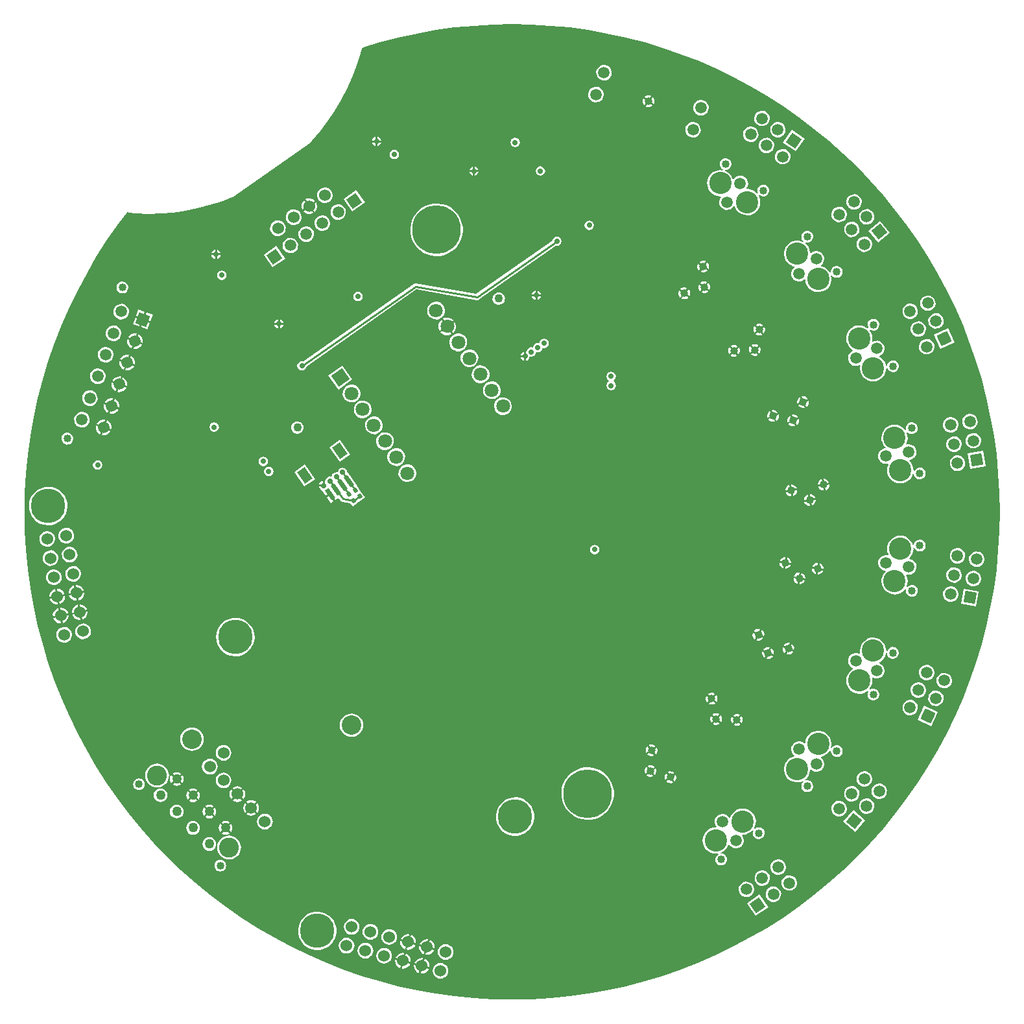
<source format=gbl>
G04*
G04 #@! TF.GenerationSoftware,Altium Limited,CircuitStudio,1.5.2 (30)*
G04*
G04 Layer_Physical_Order=4*
G04 Layer_Color=12500520*
%FSLAX25Y25*%
%MOIN*%
G70*
G01*
G75*
%ADD10C,0.01000*%
G04:AMPARAMS|DCode=45|XSize=23.62mil|YSize=61.02mil|CornerRadius=0mil|HoleSize=0mil|Usage=FLASHONLY|Rotation=35.000|XOffset=0mil|YOffset=0mil|HoleType=Round|Shape=Rectangle|*
%AMROTATEDRECTD45*
4,1,4,0.00783,-0.03177,-0.02717,0.01822,-0.00783,0.03177,0.02717,-0.01822,0.00783,-0.03177,0.0*
%
%ADD45ROTATEDRECTD45*%

G04:AMPARAMS|DCode=46|XSize=47.24mil|YSize=70.87mil|CornerRadius=0mil|HoleSize=0mil|Usage=FLASHONLY|Rotation=35.000|XOffset=0mil|YOffset=0mil|HoleType=Round|Shape=Rectangle|*
%AMROTATEDRECTD46*
4,1,4,0.00098,-0.04258,-0.03967,0.01548,-0.00098,0.04258,0.03967,-0.01548,0.00098,-0.04258,0.0*
%
%ADD46ROTATEDRECTD46*%

%ADD89P,0.08352X4X260.0*%
%ADD90C,0.05906*%
%ADD91C,0.17716*%
%ADD92C,0.06000*%
%ADD93C,0.05984*%
%ADD94C,0.04016*%
%ADD95C,0.11457*%
%ADD96P,0.08352X4X110.0*%
%ADD97P,0.08352X4X95.0*%
%ADD98C,0.04000*%
%ADD99C,0.25000*%
%ADD100C,0.05937*%
%ADD101C,0.07087*%
%ADD102P,0.09704X4X80.0*%
%ADD103C,0.05000*%
%ADD104C,0.10236*%
%ADD105C,0.10000*%
%ADD106P,0.08463X4X115.0*%
%ADD107P,0.08352X4X125.0*%
%ADD108P,0.08352X4X145.0*%
%ADD109P,0.08352X4X160.0*%
%ADD110P,0.08352X4X175.0*%
%ADD111P,0.08352X4X190.0*%
%ADD112C,0.04331*%
%ADD113C,0.02756*%
G04:AMPARAMS|DCode=115|XSize=19.69mil|YSize=23.62mil|CornerRadius=0mil|HoleSize=0mil|Usage=FLASHONLY|Rotation=35.000|XOffset=0mil|YOffset=0mil|HoleType=Round|Shape=Rectangle|*
%AMROTATEDRECTD115*
4,1,4,-0.00129,-0.01532,-0.01484,0.00403,0.00129,0.01532,0.01484,-0.00403,-0.00129,-0.01532,0.0*
%
%ADD115ROTATEDRECTD115*%

G36*
X998242Y677808D02*
X1008070Y677228D01*
X1017867Y676263D01*
X1027618Y674914D01*
X1037309Y673184D01*
X1046925Y671074D01*
X1056450Y668588D01*
X1065871Y665731D01*
X1075172Y662505D01*
X1084339Y658917D01*
X1093358Y654972D01*
X1102216Y650676D01*
X1110898Y646035D01*
X1119391Y641058D01*
X1127682Y635750D01*
X1135758Y630121D01*
X1143607Y624180D01*
X1151217Y617935D01*
X1158576Y611395D01*
X1165672Y604572D01*
X1172495Y597476D01*
X1179035Y590117D01*
X1185280Y582507D01*
X1191221Y574658D01*
X1196850Y566582D01*
X1202158Y558291D01*
X1207135Y549798D01*
X1211776Y541116D01*
X1216072Y532258D01*
X1220017Y523239D01*
X1223605Y514072D01*
X1226831Y504771D01*
X1229688Y495350D01*
X1232174Y485825D01*
X1234284Y476209D01*
X1236014Y466518D01*
X1237363Y456767D01*
X1238328Y446970D01*
X1238908Y437143D01*
X1239101Y427300D01*
X1239101Y427300D01*
X1239101D01*
X1238908Y417457D01*
X1238328Y407630D01*
X1237363Y397833D01*
X1236014Y388082D01*
X1234284Y378391D01*
X1232174Y368775D01*
X1229688Y359250D01*
X1226831Y349829D01*
X1223605Y340528D01*
X1220017Y331361D01*
X1216072Y322342D01*
X1211776Y313484D01*
X1207135Y304802D01*
X1202158Y296309D01*
X1196850Y288018D01*
X1191221Y279942D01*
X1185280Y272093D01*
X1179034Y264483D01*
X1172495Y257124D01*
X1165672Y250028D01*
X1158576Y243205D01*
X1151217Y236666D01*
X1143607Y230420D01*
X1135758Y224479D01*
X1127682Y218850D01*
X1119391Y213542D01*
X1110898Y208564D01*
X1102216Y203924D01*
X1093358Y199628D01*
X1084339Y195683D01*
X1075172Y192095D01*
X1065871Y188869D01*
X1056450Y186012D01*
X1046925Y183526D01*
X1037309Y181416D01*
X1027618Y179686D01*
X1017867Y178337D01*
X1008070Y177372D01*
X998242Y176792D01*
X988400Y176599D01*
X978557Y176792D01*
X968730Y177372D01*
X958933Y178337D01*
X949182Y179686D01*
X939491Y181416D01*
X929875Y183526D01*
X920350Y186012D01*
X910929Y188869D01*
X901628Y192095D01*
X892461Y195683D01*
X883442Y199628D01*
X874584Y203924D01*
X865902Y208564D01*
X857409Y213542D01*
X849118Y218850D01*
X841042Y224479D01*
X833193Y230420D01*
X825583Y236666D01*
X818224Y243205D01*
X811128Y250028D01*
X804305Y257124D01*
X797765Y264483D01*
X791520Y272093D01*
X785579Y279942D01*
X779950Y288018D01*
X774642Y296309D01*
X769664Y304802D01*
X765024Y313484D01*
X760728Y322342D01*
X756783Y331361D01*
X753195Y340528D01*
X749969Y349829D01*
X747112Y359250D01*
X744626Y368775D01*
X742516Y378391D01*
X740786Y388082D01*
X739437Y397833D01*
X738472Y407630D01*
X737892Y417457D01*
X737699Y427300D01*
X737892Y437143D01*
X738472Y446970D01*
X739437Y456767D01*
X740786Y466518D01*
X742516Y476209D01*
X744626Y485825D01*
X747112Y495350D01*
X749969Y504771D01*
X753195Y514072D01*
X756783Y523239D01*
X760728Y532258D01*
X765024Y541116D01*
X769664Y549798D01*
X774642Y558291D01*
X779950Y566582D01*
X785579Y574658D01*
X790271Y580857D01*
X790566Y581241D01*
X791016Y581383D01*
X791294Y581268D01*
X791477Y580953D01*
X791477Y580953D01*
X791477Y580953D01*
X795001Y580655D01*
X801356Y580477D01*
X807712Y580655D01*
X814048Y581190D01*
X820344Y582079D01*
X826580Y583319D01*
X832737Y584907D01*
X838795Y586838D01*
X844372Y588967D01*
X844372Y588967D01*
D01*
X844735Y589106D01*
X844837Y589151D01*
X844821Y589189D01*
X884733Y617116D01*
X885592Y618024D01*
X889758Y622958D01*
X893640Y628117D01*
X897228Y633486D01*
X900508Y639047D01*
X903472Y644784D01*
X906110Y650678D01*
X908412Y656711D01*
X910373Y662863D01*
X910861Y664756D01*
X911000Y665218D01*
Y665218D01*
X911000Y665218D01*
X910998Y665224D01*
X910998Y665224D01*
X911028Y665365D01*
X911123Y665596D01*
X911339Y665813D01*
X911793Y665993D01*
X920350Y668588D01*
X929875Y671074D01*
X939491Y673184D01*
X949182Y674914D01*
X958933Y676263D01*
X968730Y677228D01*
X978557Y677808D01*
X988400Y678001D01*
X998242Y677808D01*
D02*
G37*
%LPC*%
G36*
X758434Y368179D02*
X757382Y368133D01*
X756377Y367816D01*
X755489Y367250D01*
X754777Y366474D01*
X754291Y365540D01*
X754063Y364511D01*
X754109Y363459D01*
X754426Y362455D01*
X754992Y361566D01*
X755768Y360855D01*
X756703Y360368D01*
X757731Y360140D01*
X758783Y360186D01*
X759788Y360503D01*
X760676Y361069D01*
X761387Y361845D01*
X761874Y362780D01*
X762102Y363808D01*
X762056Y364860D01*
X761739Y365865D01*
X761173Y366753D01*
X760396Y367464D01*
X759462Y367951D01*
X758434Y368179D01*
D02*
G37*
G36*
X1130085Y360059D02*
X1129313Y359888D01*
X1128613Y359524D01*
X1128030Y358990D01*
X1127877Y358749D01*
X1130107Y357709D01*
X1131146Y359939D01*
X1130874Y360025D01*
X1130085Y360059D01*
D02*
G37*
G36*
X1112113Y364996D02*
X1112028Y364724D01*
X1111993Y363935D01*
X1112164Y363163D01*
X1112529Y362463D01*
X1113062Y361880D01*
X1113303Y361727D01*
X1114343Y363956D01*
X1112113Y364996D01*
D02*
G37*
G36*
X1115249Y363534D02*
X1114210Y361304D01*
X1114482Y361218D01*
X1115271Y361184D01*
X1116043Y361355D01*
X1116743Y361720D01*
X1117325Y362253D01*
X1117479Y362494D01*
X1115249Y363534D01*
D02*
G37*
G36*
X1132052Y359516D02*
X1131013Y357287D01*
X1133242Y356247D01*
X1133328Y356519D01*
X1133363Y357309D01*
X1133192Y358080D01*
X1132827Y358780D01*
X1132293Y359363D01*
X1132052Y359516D01*
D02*
G37*
G36*
X1130590Y356380D02*
X1129550Y354151D01*
X1129823Y354065D01*
X1130612Y354030D01*
X1131383Y354201D01*
X1132084Y354566D01*
X1132666Y355100D01*
X1132820Y355341D01*
X1130590Y356380D01*
D02*
G37*
G36*
X1121637Y357207D02*
X1120598Y354977D01*
X1122827Y353937D01*
X1122913Y354210D01*
X1122948Y354999D01*
X1122777Y355770D01*
X1122412Y356471D01*
X1121878Y357053D01*
X1121637Y357207D01*
D02*
G37*
G36*
X1174253Y362661D02*
X1172929Y362589D01*
X1171646Y362260D01*
X1170451Y361686D01*
X1169390Y360891D01*
X1168506Y359904D01*
X1167830Y358764D01*
X1167391Y357513D01*
X1167204Y356201D01*
X1167276Y354878D01*
X1167366Y354526D01*
X1166961Y354233D01*
X1166730Y354380D01*
X1165728Y354696D01*
X1164678Y354742D01*
X1163651Y354514D01*
X1162719Y354029D01*
X1161944Y353319D01*
X1161379Y352432D01*
X1161063Y351430D01*
X1161017Y350380D01*
X1161245Y349353D01*
X1161730Y348421D01*
X1162440Y347646D01*
X1163327Y347081D01*
X1163588Y346999D01*
X1163623Y346500D01*
X1163296Y346343D01*
X1162236Y345548D01*
X1161351Y344561D01*
X1160676Y343421D01*
X1160236Y342170D01*
X1160049Y340858D01*
X1160121Y339535D01*
X1160450Y338251D01*
X1161023Y337056D01*
X1161819Y335996D01*
X1162806Y335111D01*
X1163946Y334436D01*
X1165196Y333996D01*
X1166508Y333809D01*
X1167832Y333881D01*
X1169116Y334210D01*
X1170311Y334783D01*
X1171195Y335447D01*
X1171568Y335101D01*
X1171346Y334753D01*
X1171108Y333997D01*
X1171073Y333206D01*
X1171245Y332433D01*
X1171610Y331730D01*
X1172145Y331147D01*
X1172813Y330721D01*
X1173569Y330483D01*
X1174360Y330448D01*
X1175133Y330620D01*
X1175836Y330985D01*
X1176419Y331521D01*
X1176845Y332188D01*
X1177083Y332944D01*
X1177118Y333735D01*
X1176946Y334508D01*
X1176581Y335211D01*
X1176046Y335795D01*
X1175377Y336220D01*
X1174622Y336458D01*
X1173831Y336493D01*
X1173058Y336321D01*
X1172355Y335956D01*
X1172050Y336336D01*
X1172256Y336565D01*
X1172931Y337706D01*
X1173370Y338956D01*
X1173558Y340268D01*
X1173486Y341592D01*
X1173396Y341943D01*
X1173800Y342237D01*
X1174031Y342090D01*
X1175034Y341774D01*
X1176084Y341728D01*
X1177110Y341955D01*
X1178042Y342441D01*
X1178817Y343151D01*
X1179382Y344037D01*
X1179698Y345040D01*
X1179744Y346090D01*
X1179517Y347116D01*
X1179031Y348048D01*
X1178321Y348823D01*
X1177435Y349388D01*
X1177174Y349471D01*
X1177138Y349969D01*
X1177465Y350126D01*
X1178526Y350922D01*
X1179410Y351908D01*
X1180085Y353049D01*
X1180525Y354299D01*
X1180569Y354604D01*
X1181056Y354615D01*
X1181228Y353842D01*
X1181593Y353139D01*
X1182128Y352555D01*
X1182796Y352130D01*
X1183552Y351892D01*
X1184343Y351857D01*
X1185116Y352028D01*
X1185819Y352394D01*
X1186403Y352929D01*
X1186828Y353597D01*
X1187066Y354353D01*
X1187101Y355144D01*
X1186929Y355917D01*
X1186564Y356620D01*
X1186029Y357204D01*
X1185361Y357629D01*
X1184605Y357867D01*
X1183814Y357902D01*
X1183041Y357730D01*
X1182338Y357365D01*
X1181754Y356830D01*
X1181329Y356161D01*
X1181205Y355767D01*
X1180700Y355831D01*
X1180640Y356935D01*
X1180311Y358219D01*
X1179738Y359414D01*
X1178943Y360474D01*
X1177956Y361359D01*
X1176815Y362034D01*
X1175565Y362473D01*
X1174253Y362661D01*
D02*
G37*
G36*
X1119669Y357750D02*
X1118898Y357579D01*
X1118198Y357214D01*
X1117615Y356680D01*
X1117462Y356439D01*
X1119691Y355400D01*
X1120731Y357629D01*
X1120459Y357715D01*
X1119669Y357750D01*
D02*
G37*
G36*
X1127454Y357843D02*
X1127368Y357570D01*
X1127334Y356781D01*
X1127505Y356010D01*
X1127870Y355309D01*
X1128403Y354727D01*
X1128644Y354573D01*
X1129684Y356803D01*
X1127454Y357843D01*
D02*
G37*
G36*
X755164Y377829D02*
X754641Y377664D01*
X753753Y377098D01*
X753041Y376322D01*
X752555Y375388D01*
X752327Y374359D01*
X752351Y373811D01*
X755767Y374413D01*
X755164Y377829D01*
D02*
G37*
G36*
X770189Y375941D02*
X766773Y375339D01*
X767376Y371923D01*
X767899Y372088D01*
X768787Y372654D01*
X769499Y373430D01*
X769985Y374364D01*
X770213Y375393D01*
X770189Y375941D01*
D02*
G37*
G36*
X756698Y378027D02*
X756149Y378003D01*
X756751Y374587D01*
X760168Y375189D01*
X760003Y375713D01*
X759437Y376601D01*
X758660Y377313D01*
X757726Y377799D01*
X756698Y378027D01*
D02*
G37*
G36*
X766546Y379763D02*
X765997Y379739D01*
X766600Y376323D01*
X770016Y376926D01*
X769850Y377449D01*
X769285Y378338D01*
X768508Y379049D01*
X767574Y379535D01*
X766546Y379763D01*
D02*
G37*
G36*
X765012Y379566D02*
X764489Y379401D01*
X763601Y378835D01*
X762889Y378058D01*
X762403Y377124D01*
X762175Y376096D01*
X762199Y375547D01*
X765615Y376150D01*
X765012Y379566D01*
D02*
G37*
G36*
X765788Y375165D02*
X762372Y374563D01*
X762537Y374039D01*
X763103Y373151D01*
X763880Y372439D01*
X764814Y371953D01*
X765842Y371725D01*
X766391Y371749D01*
X765788Y375165D01*
D02*
G37*
G36*
X1116712Y366670D02*
X1115672Y364440D01*
X1117902Y363401D01*
X1117988Y363673D01*
X1118022Y364462D01*
X1117851Y365233D01*
X1117486Y365934D01*
X1116953Y366516D01*
X1116712Y366670D01*
D02*
G37*
G36*
X768282Y369915D02*
X767230Y369869D01*
X766225Y369553D01*
X765337Y368987D01*
X764626Y368210D01*
X764139Y367276D01*
X763911Y366248D01*
X763957Y365195D01*
X764274Y364191D01*
X764840Y363303D01*
X765616Y362591D01*
X766551Y362105D01*
X767579Y361877D01*
X768631Y361923D01*
X769635Y362240D01*
X770524Y362806D01*
X771235Y363582D01*
X771722Y364516D01*
X771950Y365545D01*
X771904Y366597D01*
X771587Y367601D01*
X771021Y368489D01*
X770245Y369201D01*
X769310Y369687D01*
X768282Y369915D01*
D02*
G37*
G36*
X1114744Y367213D02*
X1113973Y367042D01*
X1113272Y366677D01*
X1112690Y366143D01*
X1112536Y365902D01*
X1114766Y364863D01*
X1115805Y367092D01*
X1115533Y367178D01*
X1114744Y367213D01*
D02*
G37*
G36*
X760341Y374204D02*
X756925Y373602D01*
X757527Y370186D01*
X758051Y370351D01*
X758939Y370917D01*
X759651Y371694D01*
X760137Y372628D01*
X760365Y373656D01*
X760341Y374204D01*
D02*
G37*
G36*
X755940Y373429D02*
X752524Y372826D01*
X752689Y372303D01*
X753255Y371414D01*
X754032Y370703D01*
X754966Y370216D01*
X755994Y369988D01*
X756543Y370012D01*
X755940Y373429D01*
D02*
G37*
G36*
X846349Y372835D02*
X844413Y372687D01*
X842543Y372164D01*
X840811Y371286D01*
X839283Y370087D01*
X838019Y368613D01*
X837066Y366921D01*
X836462Y365075D01*
X836230Y363147D01*
X836378Y361211D01*
X836901Y359341D01*
X837778Y357609D01*
X838977Y356081D01*
X840451Y354817D01*
X842144Y353864D01*
X843989Y353260D01*
X845917Y353028D01*
X847853Y353176D01*
X849723Y353699D01*
X851456Y354576D01*
X852983Y355775D01*
X854248Y357249D01*
X855200Y358942D01*
X855804Y360787D01*
X856037Y362715D01*
X855889Y364651D01*
X855365Y366521D01*
X854488Y368254D01*
X853289Y369781D01*
X851815Y371046D01*
X850123Y371998D01*
X848277Y372602D01*
X846349Y372835D01*
D02*
G37*
G36*
X1090672Y322359D02*
X1090518Y322118D01*
X1090281Y321365D01*
X1090246Y320576D01*
X1090417Y319804D01*
X1090782Y319104D01*
X1090975Y318893D01*
X1092556Y320778D01*
X1090672Y322359D01*
D02*
G37*
G36*
X1106205Y322321D02*
X1104623Y320436D01*
X1106508Y318855D01*
X1106661Y319096D01*
X1106899Y319849D01*
X1106933Y320638D01*
X1106762Y321409D01*
X1106398Y322110D01*
X1106205Y322321D01*
D02*
G37*
G36*
X1095547Y322785D02*
X1093965Y320901D01*
X1095850Y319320D01*
X1096003Y319561D01*
X1096241Y320314D01*
X1096275Y321103D01*
X1096104Y321874D01*
X1095739Y322575D01*
X1095547Y322785D01*
D02*
G37*
G36*
X1092997Y323854D02*
X1092226Y323683D01*
X1091525Y323318D01*
X1091315Y323125D01*
X1093199Y321544D01*
X1094781Y323428D01*
X1094540Y323582D01*
X1093786Y323819D01*
X1092997Y323854D01*
D02*
G37*
G36*
X1103655Y323389D02*
X1102884Y323218D01*
X1102183Y322853D01*
X1101973Y322660D01*
X1103857Y321079D01*
X1105439Y322964D01*
X1105198Y323117D01*
X1104444Y323354D01*
X1103655Y323389D01*
D02*
G37*
G36*
X1101330Y321894D02*
X1101177Y321653D01*
X1100939Y320900D01*
X1100905Y320111D01*
X1101076Y319340D01*
X1101440Y318639D01*
X1101633Y318428D01*
X1103214Y320313D01*
X1101330Y321894D01*
D02*
G37*
G36*
X905848Y323626D02*
X904671Y323511D01*
X903541Y323168D01*
X902498Y322610D01*
X901585Y321861D01*
X900835Y320947D01*
X900278Y319905D01*
X899934Y318774D01*
X899819Y317598D01*
X899934Y316421D01*
X900278Y315290D01*
X900835Y314248D01*
X901585Y313334D01*
X902498Y312584D01*
X903541Y312027D01*
X904671Y311684D01*
X905848Y311568D01*
X907024Y311684D01*
X908155Y312027D01*
X909197Y312584D01*
X910111Y313334D01*
X910861Y314248D01*
X911418Y315290D01*
X911761Y316421D01*
X911877Y317598D01*
X911761Y318774D01*
X911418Y319905D01*
X910861Y320947D01*
X910111Y321861D01*
X909197Y322610D01*
X908155Y323168D01*
X907024Y323511D01*
X905848Y323626D01*
D02*
G37*
G36*
X1145159Y314723D02*
X1143856Y314479D01*
X1142626Y313985D01*
X1141516Y313261D01*
X1140569Y312334D01*
X1139820Y311240D01*
X1139300Y310021D01*
X1139027Y308724D01*
X1139023Y308361D01*
X1138556Y308182D01*
X1138371Y308384D01*
X1137485Y308949D01*
X1136482Y309265D01*
X1135432Y309311D01*
X1134406Y309083D01*
X1133474Y308598D01*
X1132699Y307888D01*
X1132134Y307001D01*
X1131818Y305999D01*
X1131772Y304949D01*
X1131999Y303922D01*
X1132485Y302990D01*
X1133195Y302215D01*
X1133426Y302068D01*
X1133331Y301577D01*
X1132974Y301510D01*
X1131744Y301016D01*
X1130634Y300292D01*
X1129687Y299365D01*
X1128939Y298271D01*
X1128418Y297052D01*
X1128145Y295755D01*
X1128131Y294430D01*
X1128375Y293127D01*
X1128869Y291898D01*
X1129593Y290788D01*
X1130520Y289840D01*
X1131614Y289092D01*
X1132833Y288571D01*
X1134130Y288299D01*
X1135455Y288284D01*
X1136758Y288528D01*
X1137784Y288940D01*
X1138055Y288510D01*
X1137750Y288231D01*
X1137324Y287563D01*
X1137086Y286808D01*
X1137052Y286017D01*
X1137223Y285243D01*
X1137589Y284541D01*
X1138124Y283957D01*
X1138792Y283531D01*
X1139547Y283293D01*
X1140338Y283259D01*
X1141111Y283430D01*
X1141814Y283796D01*
X1142398Y284331D01*
X1142824Y284999D01*
X1143062Y285754D01*
X1143096Y286545D01*
X1142925Y287319D01*
X1142559Y288021D01*
X1142024Y288605D01*
X1141356Y289031D01*
X1140601Y289269D01*
X1139810Y289303D01*
X1139036Y289132D01*
X1138840Y289578D01*
X1139098Y289747D01*
X1140045Y290673D01*
X1140794Y291767D01*
X1141314Y292986D01*
X1141587Y294283D01*
X1141591Y294646D01*
X1142058Y294825D01*
X1142243Y294623D01*
X1143129Y294058D01*
X1144132Y293742D01*
X1145182Y293696D01*
X1146208Y293924D01*
X1147141Y294409D01*
X1147915Y295119D01*
X1148480Y296006D01*
X1148796Y297008D01*
X1148842Y298059D01*
X1148615Y299085D01*
X1148129Y300017D01*
X1147419Y300792D01*
X1147188Y300939D01*
X1147283Y301430D01*
X1147640Y301497D01*
X1148870Y301991D01*
X1149980Y302715D01*
X1150927Y303642D01*
X1151675Y304736D01*
X1151796Y305019D01*
X1152270Y304903D01*
X1152236Y304112D01*
X1152407Y303339D01*
X1152773Y302636D01*
X1153308Y302052D01*
X1153976Y301627D01*
X1154731Y301389D01*
X1155522Y301354D01*
X1156295Y301526D01*
X1156998Y301891D01*
X1157582Y302426D01*
X1158008Y303094D01*
X1158246Y303850D01*
X1158280Y304641D01*
X1158109Y305414D01*
X1157743Y306117D01*
X1157208Y306701D01*
X1156540Y307126D01*
X1155785Y307364D01*
X1154994Y307399D01*
X1154220Y307227D01*
X1153518Y306862D01*
X1152934Y306327D01*
X1152712Y305978D01*
X1152241Y306170D01*
X1152469Y307252D01*
X1152483Y308577D01*
X1152239Y309880D01*
X1151745Y311110D01*
X1151021Y312220D01*
X1150094Y313167D01*
X1149000Y313915D01*
X1147781Y314436D01*
X1146484Y314708D01*
X1145159Y314723D01*
D02*
G37*
G36*
X1200127Y327691D02*
X1196786Y320526D01*
X1203951Y317185D01*
X1207292Y324350D01*
X1200127Y327691D01*
D02*
G37*
G36*
X1093322Y320135D02*
X1091741Y318250D01*
X1091982Y318097D01*
X1092735Y317859D01*
X1093525Y317825D01*
X1094296Y317996D01*
X1094996Y318361D01*
X1095207Y318553D01*
X1093322Y320135D01*
D02*
G37*
G36*
X1103981Y319670D02*
X1102399Y317786D01*
X1102640Y317632D01*
X1103393Y317395D01*
X1104183Y317360D01*
X1104954Y317531D01*
X1105655Y317896D01*
X1105865Y318089D01*
X1103981Y319670D01*
D02*
G37*
G36*
X1210144Y344536D02*
X1209128Y344311D01*
X1208205Y343830D01*
X1207438Y343127D01*
X1206878Y342249D01*
X1206565Y341257D01*
X1206520Y340217D01*
X1206745Y339201D01*
X1207226Y338278D01*
X1207929Y337510D01*
X1208807Y336951D01*
X1209799Y336638D01*
X1210839Y336593D01*
X1211855Y336818D01*
X1212778Y337299D01*
X1213546Y338002D01*
X1214105Y338880D01*
X1214418Y339872D01*
X1214463Y340912D01*
X1214238Y341928D01*
X1213758Y342851D01*
X1213054Y343619D01*
X1212177Y344178D01*
X1211184Y344491D01*
X1210144Y344536D01*
D02*
G37*
G36*
X1090689Y334269D02*
X1089917Y334098D01*
X1089217Y333733D01*
X1089006Y333541D01*
X1090891Y331959D01*
X1092472Y333844D01*
X1092231Y333997D01*
X1091478Y334235D01*
X1090689Y334269D01*
D02*
G37*
G36*
X1201081Y348762D02*
X1200065Y348537D01*
X1199142Y348057D01*
X1198374Y347353D01*
X1197815Y346476D01*
X1197502Y345483D01*
X1197457Y344443D01*
X1197682Y343427D01*
X1198163Y342504D01*
X1198866Y341737D01*
X1199744Y341177D01*
X1200736Y340864D01*
X1201776Y340819D01*
X1202792Y341044D01*
X1203715Y341525D01*
X1204483Y342228D01*
X1205042Y343106D01*
X1205355Y344098D01*
X1205400Y345138D01*
X1205175Y346154D01*
X1204694Y347077D01*
X1203991Y347845D01*
X1203113Y348404D01*
X1202121Y348717D01*
X1201081Y348762D01*
D02*
G37*
G36*
X1117039Y355533D02*
X1116953Y355261D01*
X1116919Y354471D01*
X1117090Y353700D01*
X1117454Y353000D01*
X1117988Y352417D01*
X1118229Y352264D01*
X1119269Y354493D01*
X1117039Y355533D01*
D02*
G37*
G36*
X1120175Y354071D02*
X1119135Y351841D01*
X1119408Y351755D01*
X1120197Y351721D01*
X1120968Y351892D01*
X1121669Y352256D01*
X1122251Y352790D01*
X1122404Y353031D01*
X1120175Y354071D01*
D02*
G37*
G36*
X1196855Y339699D02*
X1195839Y339474D01*
X1194916Y338993D01*
X1194148Y338290D01*
X1193589Y337413D01*
X1193276Y336420D01*
X1193231Y335380D01*
X1193456Y334364D01*
X1193937Y333441D01*
X1194640Y332674D01*
X1195517Y332114D01*
X1196510Y331801D01*
X1197550Y331756D01*
X1198566Y331981D01*
X1199489Y332462D01*
X1200257Y333165D01*
X1200816Y334043D01*
X1201129Y335035D01*
X1201174Y336075D01*
X1200949Y337091D01*
X1200468Y338014D01*
X1199765Y338782D01*
X1198887Y339341D01*
X1197895Y339654D01*
X1196855Y339699D01*
D02*
G37*
G36*
X1205918Y335473D02*
X1204902Y335248D01*
X1203979Y334767D01*
X1203211Y334064D01*
X1202652Y333186D01*
X1202339Y332194D01*
X1202294Y331154D01*
X1202519Y330138D01*
X1203000Y329215D01*
X1203703Y328447D01*
X1204580Y327888D01*
X1205573Y327575D01*
X1206613Y327530D01*
X1207629Y327755D01*
X1208552Y328236D01*
X1209320Y328939D01*
X1209879Y329817D01*
X1210192Y330809D01*
X1210237Y331849D01*
X1210012Y332865D01*
X1209531Y333788D01*
X1208828Y334556D01*
X1207950Y335115D01*
X1206958Y335428D01*
X1205918Y335473D01*
D02*
G37*
G36*
X1192629Y330636D02*
X1191613Y330411D01*
X1190689Y329930D01*
X1189922Y329227D01*
X1189363Y328349D01*
X1189050Y327357D01*
X1189005Y326317D01*
X1189230Y325301D01*
X1189710Y324378D01*
X1190413Y323610D01*
X1191291Y323051D01*
X1192284Y322738D01*
X1193324Y322693D01*
X1194340Y322918D01*
X1195263Y323399D01*
X1196030Y324102D01*
X1196589Y324980D01*
X1196902Y325972D01*
X1196948Y327012D01*
X1196723Y328028D01*
X1196242Y328951D01*
X1195539Y329719D01*
X1194661Y330278D01*
X1193668Y330591D01*
X1192629Y330636D01*
D02*
G37*
G36*
X1091014Y330550D02*
X1089433Y328666D01*
X1089674Y328512D01*
X1090427Y328275D01*
X1091216Y328240D01*
X1091987Y328411D01*
X1092688Y328776D01*
X1092898Y328969D01*
X1091014Y330550D01*
D02*
G37*
G36*
X1093238Y333201D02*
X1091657Y331316D01*
X1093541Y329735D01*
X1093695Y329976D01*
X1093932Y330729D01*
X1093967Y331519D01*
X1093796Y332290D01*
X1093431Y332990D01*
X1093238Y333201D01*
D02*
G37*
G36*
X1088363Y332774D02*
X1088210Y332534D01*
X1087973Y331780D01*
X1087938Y330991D01*
X1088109Y330220D01*
X1088474Y329519D01*
X1088667Y329309D01*
X1090248Y331193D01*
X1088363Y332774D01*
D02*
G37*
G36*
X1220486Y387841D02*
X1219113Y380056D01*
X1226898Y378683D01*
X1228271Y386468D01*
X1220486Y387841D01*
D02*
G37*
G36*
X1030900Y410324D02*
X1029972Y410140D01*
X1029186Y409614D01*
X1028660Y408828D01*
X1028475Y407900D01*
X1028660Y406972D01*
X1029186Y406186D01*
X1029972Y405660D01*
X1030900Y405476D01*
X1031828Y405660D01*
X1032614Y406186D01*
X1033140Y406972D01*
X1033325Y407900D01*
X1033140Y408828D01*
X1032614Y409614D01*
X1031828Y410140D01*
X1030900Y410324D01*
D02*
G37*
G36*
X1128554Y404088D02*
X1127783Y403917D01*
X1127082Y403552D01*
X1126500Y403019D01*
X1126075Y402353D01*
X1125989Y402080D01*
X1128412Y401653D01*
X1128839Y404076D01*
X1128554Y404088D01*
D02*
G37*
G36*
X1187758Y415081D02*
X1186442Y414922D01*
X1185183Y414510D01*
X1184028Y413860D01*
X1183022Y412997D01*
X1182203Y411954D01*
X1181604Y410772D01*
X1181247Y409496D01*
X1181146Y408174D01*
X1181305Y406858D01*
X1181717Y405599D01*
X1181895Y405282D01*
X1181580Y404894D01*
X1181319Y404977D01*
X1180269Y405022D01*
X1179243Y404795D01*
X1178310Y404310D01*
X1177535Y403599D01*
X1176970Y402713D01*
X1176654Y401710D01*
X1176609Y400660D01*
X1176836Y399634D01*
X1177322Y398702D01*
X1178032Y397927D01*
X1178918Y397362D01*
X1179921Y397046D01*
X1180194Y397034D01*
X1180357Y396561D01*
X1180082Y396325D01*
X1179264Y395282D01*
X1178665Y394100D01*
X1178308Y392824D01*
X1178207Y391502D01*
X1178365Y390186D01*
X1178778Y388927D01*
X1179428Y387772D01*
X1180291Y386766D01*
X1181333Y385948D01*
X1182515Y385349D01*
X1183792Y384992D01*
X1185113Y384891D01*
X1186429Y385049D01*
X1187689Y385461D01*
X1188844Y386111D01*
X1189850Y386975D01*
X1190532Y387844D01*
X1190981Y387607D01*
X1190857Y387213D01*
X1190823Y386422D01*
X1190994Y385648D01*
X1191360Y384946D01*
X1191895Y384362D01*
X1192563Y383937D01*
X1193318Y383698D01*
X1194109Y383664D01*
X1194883Y383835D01*
X1195585Y384201D01*
X1196169Y384736D01*
X1196595Y385404D01*
X1196833Y386159D01*
X1196867Y386950D01*
X1196696Y387724D01*
X1196330Y388426D01*
X1195795Y389010D01*
X1195127Y389436D01*
X1194372Y389674D01*
X1193581Y389708D01*
X1192807Y389537D01*
X1192105Y389171D01*
X1191521Y388636D01*
X1191128Y388925D01*
X1191267Y389199D01*
X1191624Y390476D01*
X1191725Y391797D01*
X1191566Y393113D01*
X1191154Y394373D01*
X1190976Y394689D01*
X1191291Y395077D01*
X1191552Y394995D01*
X1192602Y394949D01*
X1193629Y395177D01*
X1194561Y395662D01*
X1195336Y396372D01*
X1195901Y397259D01*
X1196217Y398261D01*
X1196263Y399311D01*
X1196035Y400337D01*
X1195550Y401270D01*
X1194840Y402045D01*
X1193953Y402610D01*
X1192951Y402926D01*
X1192677Y402938D01*
X1192514Y403410D01*
X1192789Y403647D01*
X1193608Y404689D01*
X1194207Y405871D01*
X1194564Y407148D01*
X1194665Y408469D01*
X1194628Y408775D01*
X1195096Y408912D01*
X1195462Y408209D01*
X1195997Y407625D01*
X1196665Y407200D01*
X1197420Y406961D01*
X1198211Y406927D01*
X1198985Y407098D01*
X1199687Y407464D01*
X1200271Y407999D01*
X1200697Y408667D01*
X1200935Y409422D01*
X1200969Y410214D01*
X1200798Y410987D01*
X1200432Y411689D01*
X1199897Y412273D01*
X1199229Y412699D01*
X1198474Y412937D01*
X1197683Y412971D01*
X1196909Y412800D01*
X1196207Y412434D01*
X1195623Y411899D01*
X1195197Y411231D01*
X1194959Y410476D01*
X1194941Y410063D01*
X1194438Y409994D01*
X1194094Y411045D01*
X1193444Y412200D01*
X1192581Y413206D01*
X1191538Y414024D01*
X1190356Y414623D01*
X1189079Y414980D01*
X1187758Y415081D01*
D02*
G37*
G36*
X759600Y419156D02*
X758547Y419110D01*
X757543Y418793D01*
X756655Y418227D01*
X755943Y417451D01*
X755457Y416516D01*
X755229Y415488D01*
X755275Y414436D01*
X755592Y413431D01*
X756157Y412543D01*
X756934Y411832D01*
X757868Y411345D01*
X758896Y411117D01*
X759949Y411163D01*
X760953Y411480D01*
X761841Y412046D01*
X762553Y412822D01*
X763039Y413757D01*
X763267Y414785D01*
X763221Y415837D01*
X762905Y416842D01*
X762339Y417730D01*
X761562Y418441D01*
X760628Y418928D01*
X759600Y419156D01*
D02*
G37*
G36*
X749752Y417419D02*
X748699Y417373D01*
X747695Y417057D01*
X746807Y416491D01*
X746095Y415714D01*
X745609Y414780D01*
X745381Y413752D01*
X745427Y412699D01*
X745744Y411695D01*
X746309Y410807D01*
X747086Y410095D01*
X748020Y409609D01*
X749048Y409381D01*
X750101Y409427D01*
X751105Y409743D01*
X751993Y410309D01*
X752705Y411086D01*
X753191Y412020D01*
X753419Y413048D01*
X753373Y414101D01*
X753056Y415105D01*
X752491Y415993D01*
X751714Y416705D01*
X750780Y417191D01*
X749752Y417419D01*
D02*
G37*
G36*
X761336Y409308D02*
X760284Y409262D01*
X759279Y408945D01*
X758391Y408379D01*
X757680Y407603D01*
X757193Y406668D01*
X756965Y405640D01*
X757011Y404588D01*
X757328Y403583D01*
X757894Y402695D01*
X758670Y401983D01*
X759605Y401497D01*
X760633Y401269D01*
X761685Y401315D01*
X762690Y401632D01*
X763578Y402198D01*
X764290Y402974D01*
X764776Y403908D01*
X765004Y404937D01*
X764958Y405989D01*
X764641Y406993D01*
X764075Y407882D01*
X763299Y408593D01*
X762364Y409080D01*
X761336Y409308D01*
D02*
G37*
G36*
X1226818Y406930D02*
X1225801Y406705D01*
X1224878Y406224D01*
X1224111Y405521D01*
X1223552Y404643D01*
X1223239Y403651D01*
X1223193Y402611D01*
X1223419Y401595D01*
X1223899Y400671D01*
X1224602Y399904D01*
X1225480Y399345D01*
X1226473Y399032D01*
X1227513Y398987D01*
X1228529Y399212D01*
X1229452Y399693D01*
X1230219Y400396D01*
X1230778Y401273D01*
X1231091Y402266D01*
X1231137Y403306D01*
X1230912Y404322D01*
X1230431Y405245D01*
X1229728Y406012D01*
X1228850Y406572D01*
X1227857Y406885D01*
X1226818Y406930D01*
D02*
G37*
G36*
X1145224Y401149D02*
X1144452Y400978D01*
X1143752Y400613D01*
X1143169Y400079D01*
X1142745Y399413D01*
X1142659Y399141D01*
X1145082Y398714D01*
X1145509Y401136D01*
X1145224Y401149D01*
D02*
G37*
G36*
X751488Y407571D02*
X750436Y407525D01*
X749431Y407208D01*
X748543Y406642D01*
X747832Y405866D01*
X747345Y404932D01*
X747117Y403903D01*
X747163Y402851D01*
X747480Y401847D01*
X748046Y400959D01*
X748822Y400247D01*
X749757Y399761D01*
X750785Y399533D01*
X751837Y399579D01*
X752842Y399895D01*
X753730Y400461D01*
X754441Y401238D01*
X754928Y402172D01*
X755156Y403200D01*
X755110Y404252D01*
X754793Y405257D01*
X754227Y406145D01*
X753451Y406857D01*
X752516Y407343D01*
X751488Y407571D01*
D02*
G37*
G36*
X1129824Y403902D02*
X1129397Y401479D01*
X1131820Y401052D01*
X1131832Y401337D01*
X1131661Y402109D01*
X1131296Y402809D01*
X1130763Y403392D01*
X1130096Y403816D01*
X1129824Y403902D01*
D02*
G37*
G36*
X1216969Y408667D02*
X1215953Y408441D01*
X1215030Y407961D01*
X1214263Y407258D01*
X1213704Y406380D01*
X1213391Y405387D01*
X1213345Y404347D01*
X1213571Y403331D01*
X1214051Y402408D01*
X1214754Y401641D01*
X1215632Y401082D01*
X1216625Y400769D01*
X1217665Y400723D01*
X1218681Y400948D01*
X1219604Y401429D01*
X1220371Y402132D01*
X1220930Y403010D01*
X1221243Y404003D01*
X1221289Y405042D01*
X1221063Y406058D01*
X1220583Y406982D01*
X1219880Y407749D01*
X1219002Y408308D01*
X1218009Y408621D01*
X1216969Y408667D01*
D02*
G37*
G36*
X1134922Y438352D02*
X1132500Y437924D01*
X1132927Y435502D01*
X1133199Y435588D01*
X1133865Y436012D01*
X1134399Y436594D01*
X1134764Y437295D01*
X1134935Y438066D01*
X1134922Y438352D01*
D02*
G37*
G36*
X1131515Y437751D02*
X1129092Y437324D01*
X1129178Y437051D01*
X1129602Y436385D01*
X1130185Y435851D01*
X1130885Y435487D01*
X1131657Y435316D01*
X1131942Y435328D01*
X1131515Y437751D01*
D02*
G37*
G36*
X1148184Y440690D02*
X1145762Y440263D01*
X1145848Y439991D01*
X1146272Y439324D01*
X1146854Y438791D01*
X1147555Y438426D01*
X1148326Y438255D01*
X1148612Y438268D01*
X1148184Y440690D01*
D02*
G37*
G36*
X1151592Y441291D02*
X1149169Y440864D01*
X1149596Y438441D01*
X1149869Y438527D01*
X1150535Y438951D01*
X1151069Y439534D01*
X1151433Y440235D01*
X1151604Y441006D01*
X1151592Y441291D01*
D02*
G37*
G36*
X1130914Y441158D02*
X1130641Y441073D01*
X1129975Y440648D01*
X1129442Y440066D01*
X1129077Y439365D01*
X1128906Y438594D01*
X1128918Y438308D01*
X1131341Y438736D01*
X1130914Y441158D01*
D02*
G37*
G36*
X1141647Y436418D02*
X1141361Y436406D01*
X1141789Y433983D01*
X1144211Y434410D01*
X1144125Y434682D01*
X1143701Y435349D01*
X1143118Y435882D01*
X1142418Y436247D01*
X1141647Y436418D01*
D02*
G37*
G36*
X1140977Y432824D02*
X1138555Y432397D01*
X1138640Y432125D01*
X1139065Y431459D01*
X1139647Y430925D01*
X1140348Y430560D01*
X1141119Y430389D01*
X1141405Y430402D01*
X1140977Y432824D01*
D02*
G37*
G36*
X750198Y440161D02*
X748262Y440012D01*
X746392Y439489D01*
X744660Y438611D01*
X743132Y437413D01*
X741867Y435939D01*
X740915Y434246D01*
X740311Y432401D01*
X740078Y430473D01*
X740227Y428537D01*
X740750Y426666D01*
X741627Y424934D01*
X742826Y423407D01*
X744300Y422142D01*
X745992Y421190D01*
X747838Y420586D01*
X749766Y420353D01*
X751702Y420501D01*
X753572Y421024D01*
X755304Y421902D01*
X756832Y423101D01*
X758097Y424575D01*
X759049Y426267D01*
X759653Y428113D01*
X759886Y430041D01*
X759737Y431977D01*
X759214Y433847D01*
X758337Y435579D01*
X757138Y437107D01*
X755664Y438371D01*
X753972Y439324D01*
X752126Y439928D01*
X750198Y440161D01*
D02*
G37*
G36*
X1144385Y433425D02*
X1141962Y432998D01*
X1142389Y430575D01*
X1142662Y430661D01*
X1143328Y431086D01*
X1143862Y431668D01*
X1144226Y432369D01*
X1144397Y433140D01*
X1144385Y433425D01*
D02*
G37*
G36*
X1140377Y436232D02*
X1140104Y436146D01*
X1139438Y435721D01*
X1138904Y435139D01*
X1138540Y434439D01*
X1138369Y433667D01*
X1138381Y433382D01*
X1140804Y433809D01*
X1140377Y436232D01*
D02*
G37*
G36*
X894605Y435730D02*
X893228Y434765D01*
X895265Y431857D01*
X896642Y432821D01*
X894605Y435730D01*
D02*
G37*
G36*
X763276Y389414D02*
X762752Y389249D01*
X761864Y388683D01*
X761153Y387906D01*
X760666Y386972D01*
X760438Y385944D01*
X760462Y385396D01*
X763878Y385998D01*
X763276Y389414D01*
D02*
G37*
G36*
X754961Y387875D02*
X754413Y387851D01*
X755015Y384435D01*
X758431Y385037D01*
X758266Y385561D01*
X757700Y386449D01*
X756924Y387161D01*
X755989Y387647D01*
X754961Y387875D01*
D02*
G37*
G36*
X764809Y389611D02*
X764261Y389587D01*
X764863Y386172D01*
X768279Y386774D01*
X768114Y387297D01*
X767548Y388186D01*
X766772Y388897D01*
X765837Y389384D01*
X764809Y389611D01*
D02*
G37*
G36*
X753225Y397723D02*
X752172Y397677D01*
X751168Y397360D01*
X750280Y396795D01*
X749568Y396018D01*
X749082Y395084D01*
X748854Y394056D01*
X748900Y393003D01*
X749216Y391999D01*
X749782Y391110D01*
X750559Y390399D01*
X751493Y389913D01*
X752521Y389685D01*
X753574Y389731D01*
X754578Y390047D01*
X755466Y390613D01*
X756178Y391390D01*
X756664Y392324D01*
X756892Y393352D01*
X756846Y394404D01*
X756530Y395409D01*
X755964Y396297D01*
X755187Y397009D01*
X754253Y397495D01*
X753225Y397723D01*
D02*
G37*
G36*
X1225081Y397082D02*
X1224065Y396857D01*
X1223142Y396376D01*
X1222375Y395673D01*
X1221815Y394795D01*
X1221502Y393802D01*
X1221457Y392763D01*
X1221682Y391747D01*
X1222163Y390824D01*
X1222866Y390056D01*
X1223744Y389497D01*
X1224736Y389184D01*
X1225776Y389139D01*
X1226792Y389364D01*
X1227715Y389844D01*
X1228483Y390547D01*
X1229042Y391425D01*
X1229355Y392418D01*
X1229400Y393458D01*
X1229175Y394474D01*
X1228694Y395397D01*
X1227991Y396164D01*
X1227114Y396724D01*
X1226121Y397037D01*
X1225081Y397082D01*
D02*
G37*
G36*
X753428Y387677D02*
X752904Y387512D01*
X752016Y386946D01*
X751305Y386170D01*
X750818Y385236D01*
X750590Y384207D01*
X750614Y383659D01*
X754030Y384261D01*
X753428Y387677D01*
D02*
G37*
G36*
X758605Y384052D02*
X755189Y383450D01*
X755791Y380034D01*
X756315Y380199D01*
X757203Y380765D01*
X757914Y381542D01*
X758401Y382476D01*
X758629Y383504D01*
X758605Y384052D01*
D02*
G37*
G36*
X754204Y383277D02*
X750788Y382674D01*
X750953Y382151D01*
X751519Y381262D01*
X752295Y380551D01*
X753230Y380065D01*
X754258Y379837D01*
X754806Y379860D01*
X754204Y383277D01*
D02*
G37*
G36*
X1213497Y388970D02*
X1212481Y388745D01*
X1211557Y388264D01*
X1210790Y387561D01*
X1210231Y386684D01*
X1209918Y385691D01*
X1209872Y384651D01*
X1210098Y383635D01*
X1210578Y382712D01*
X1211281Y381944D01*
X1212159Y381385D01*
X1213152Y381072D01*
X1214192Y381027D01*
X1215208Y381252D01*
X1216131Y381733D01*
X1216898Y382436D01*
X1217457Y383314D01*
X1217770Y384306D01*
X1217816Y385346D01*
X1217591Y386362D01*
X1217110Y387285D01*
X1216407Y388053D01*
X1215529Y388612D01*
X1214536Y388925D01*
X1213497Y388970D01*
D02*
G37*
G36*
X768453Y385789D02*
X765037Y385187D01*
X765639Y381771D01*
X766163Y381936D01*
X767051Y382502D01*
X767762Y383278D01*
X768249Y384212D01*
X768477Y385241D01*
X768453Y385789D01*
D02*
G37*
G36*
X764052Y385013D02*
X760636Y384411D01*
X760801Y383887D01*
X761367Y382999D01*
X762143Y382287D01*
X763078Y381801D01*
X764106Y381573D01*
X764654Y381597D01*
X764052Y385013D01*
D02*
G37*
G36*
X1142485Y398156D02*
X1142473Y397871D01*
X1142644Y397099D01*
X1143009Y396399D01*
X1143542Y395816D01*
X1144208Y395392D01*
X1144481Y395306D01*
X1144908Y397729D01*
X1142485Y398156D01*
D02*
G37*
G36*
X1145893Y397555D02*
X1145466Y395132D01*
X1145751Y395120D01*
X1146522Y395291D01*
X1147223Y395656D01*
X1147805Y396189D01*
X1148230Y396856D01*
X1148316Y397128D01*
X1145893Y397555D01*
D02*
G37*
G36*
X1129223Y400494D02*
X1128796Y398072D01*
X1129081Y398059D01*
X1129852Y398230D01*
X1130553Y398595D01*
X1131136Y399129D01*
X1131560Y399795D01*
X1131646Y400067D01*
X1129223Y400494D01*
D02*
G37*
G36*
X1125816Y401095D02*
X1125803Y400810D01*
X1125974Y400039D01*
X1126339Y399338D01*
X1126873Y398756D01*
X1127539Y398331D01*
X1127811Y398245D01*
X1128238Y400668D01*
X1125816Y401095D01*
D02*
G37*
G36*
X1146494Y400963D02*
X1146066Y398540D01*
X1148489Y398113D01*
X1148502Y398398D01*
X1148331Y399169D01*
X1147966Y399870D01*
X1147432Y400452D01*
X1146766Y400877D01*
X1146494Y400963D01*
D02*
G37*
G36*
X1135761Y396222D02*
X1134990Y396051D01*
X1134289Y395687D01*
X1133707Y395153D01*
X1133282Y394487D01*
X1133196Y394214D01*
X1135619Y393787D01*
X1136046Y396210D01*
X1135761Y396222D01*
D02*
G37*
G36*
X1133023Y393230D02*
X1133010Y392944D01*
X1133181Y392173D01*
X1133546Y391472D01*
X1134080Y390890D01*
X1134746Y390465D01*
X1135018Y390380D01*
X1135445Y392802D01*
X1133023Y393230D01*
D02*
G37*
G36*
X1136430Y392629D02*
X1136003Y390206D01*
X1136288Y390194D01*
X1137059Y390364D01*
X1137760Y390729D01*
X1138343Y391263D01*
X1138767Y391929D01*
X1138853Y392201D01*
X1136430Y392629D01*
D02*
G37*
G36*
X1215233Y398818D02*
X1214217Y398593D01*
X1213294Y398113D01*
X1212526Y397409D01*
X1211967Y396532D01*
X1211654Y395539D01*
X1211609Y394499D01*
X1211834Y393483D01*
X1212315Y392560D01*
X1213018Y391793D01*
X1213896Y391233D01*
X1214888Y390920D01*
X1215928Y390875D01*
X1216944Y391100D01*
X1217867Y391581D01*
X1218635Y392284D01*
X1219194Y393162D01*
X1219507Y394154D01*
X1219552Y395194D01*
X1219327Y396210D01*
X1218846Y397133D01*
X1218143Y397901D01*
X1217266Y398460D01*
X1216273Y398773D01*
X1215233Y398818D01*
D02*
G37*
G36*
X1137031Y396036D02*
X1136604Y393614D01*
X1139027Y393186D01*
X1139039Y393472D01*
X1138868Y394243D01*
X1138503Y394943D01*
X1137970Y395526D01*
X1137303Y395950D01*
X1137031Y396036D01*
D02*
G37*
G36*
X763073Y399460D02*
X762020Y399414D01*
X761016Y399097D01*
X760128Y398531D01*
X759416Y397754D01*
X758930Y396820D01*
X758702Y395792D01*
X758748Y394740D01*
X759064Y393735D01*
X759630Y392847D01*
X760407Y392135D01*
X761341Y391649D01*
X762369Y391421D01*
X763422Y391467D01*
X764426Y391784D01*
X765314Y392350D01*
X766026Y393126D01*
X766512Y394060D01*
X766740Y395089D01*
X766694Y396141D01*
X766378Y397145D01*
X765812Y398034D01*
X765035Y398745D01*
X764101Y399232D01*
X763073Y399460D01*
D02*
G37*
G36*
X1116619Y242979D02*
X1115603Y242753D01*
X1114680Y242273D01*
X1113912Y241570D01*
X1113353Y240692D01*
X1113040Y239699D01*
X1112995Y238660D01*
X1113220Y237643D01*
X1113700Y236720D01*
X1114404Y235953D01*
X1115281Y235394D01*
X1116274Y235081D01*
X1117314Y235035D01*
X1118330Y235261D01*
X1119253Y235741D01*
X1120020Y236444D01*
X1120580Y237322D01*
X1120893Y238315D01*
X1120938Y239354D01*
X1120713Y240370D01*
X1120232Y241294D01*
X1119529Y242061D01*
X1118651Y242620D01*
X1117659Y242933D01*
X1116619Y242979D01*
D02*
G37*
G36*
X1130546Y240523D02*
X1129530Y240298D01*
X1128607Y239817D01*
X1127839Y239114D01*
X1127280Y238236D01*
X1126967Y237244D01*
X1126922Y236204D01*
X1127147Y235188D01*
X1127628Y234264D01*
X1128331Y233497D01*
X1129209Y232938D01*
X1130201Y232625D01*
X1131241Y232579D01*
X1132257Y232805D01*
X1133180Y233285D01*
X1133948Y233988D01*
X1134507Y234866D01*
X1134820Y235859D01*
X1134865Y236899D01*
X1134640Y237915D01*
X1134159Y238838D01*
X1133456Y239605D01*
X1132578Y240164D01*
X1131586Y240477D01*
X1130546Y240523D01*
D02*
G37*
G36*
X1124810Y248714D02*
X1123794Y248489D01*
X1122871Y248008D01*
X1122104Y247305D01*
X1121544Y246428D01*
X1121232Y245435D01*
X1121186Y244395D01*
X1121411Y243379D01*
X1121892Y242456D01*
X1122595Y241688D01*
X1123473Y241129D01*
X1124466Y240816D01*
X1125505Y240771D01*
X1126521Y240996D01*
X1127445Y241477D01*
X1128212Y242180D01*
X1128771Y243058D01*
X1129084Y244050D01*
X1129130Y245090D01*
X1128904Y246106D01*
X1128424Y247029D01*
X1127721Y247797D01*
X1126843Y248356D01*
X1125850Y248669D01*
X1124810Y248714D01*
D02*
G37*
G36*
X842913Y260935D02*
X841714Y260817D01*
X840560Y260467D01*
X839497Y259899D01*
X838566Y259134D01*
X837801Y258203D01*
X837233Y257140D01*
X836883Y255986D01*
X836765Y254787D01*
X836883Y253588D01*
X837233Y252434D01*
X837801Y251372D01*
X838566Y250440D01*
X839497Y249675D01*
X840560Y249107D01*
X841714Y248758D01*
X842913Y248639D01*
X844112Y248758D01*
X845265Y249107D01*
X846328Y249675D01*
X847260Y250440D01*
X848024Y251372D01*
X848593Y252434D01*
X848942Y253588D01*
X849061Y254787D01*
X848942Y255986D01*
X848593Y257140D01*
X848024Y258203D01*
X847260Y259134D01*
X846328Y259899D01*
X845265Y260467D01*
X844112Y260817D01*
X842913Y260935D01*
D02*
G37*
G36*
X838371Y248547D02*
X837586Y248443D01*
X836854Y248140D01*
X836226Y247658D01*
X835744Y247030D01*
X835441Y246298D01*
X835337Y245513D01*
X835441Y244728D01*
X835744Y243996D01*
X836226Y243368D01*
X836854Y242886D01*
X837586Y242583D01*
X838371Y242479D01*
X839156Y242583D01*
X839888Y242886D01*
X840516Y243368D01*
X840999Y243996D01*
X841302Y244728D01*
X841405Y245513D01*
X841302Y246298D01*
X840999Y247030D01*
X840516Y247658D01*
X839888Y248140D01*
X839156Y248443D01*
X838371Y248547D01*
D02*
G37*
G36*
X1108427Y237243D02*
X1107411Y237018D01*
X1106488Y236537D01*
X1105721Y235834D01*
X1105161Y234956D01*
X1104848Y233963D01*
X1104803Y232924D01*
X1105028Y231908D01*
X1105509Y230984D01*
X1106212Y230217D01*
X1107090Y229658D01*
X1108082Y229345D01*
X1109122Y229299D01*
X1110138Y229525D01*
X1111062Y230005D01*
X1111829Y230709D01*
X1112388Y231586D01*
X1112701Y232579D01*
X1112747Y233619D01*
X1112521Y234635D01*
X1112041Y235558D01*
X1111337Y236325D01*
X1110460Y236884D01*
X1109467Y237197D01*
X1108427Y237243D01*
D02*
G37*
G36*
X915551Y215446D02*
X914507Y215309D01*
X913534Y214906D01*
X912698Y214265D01*
X912057Y213429D01*
X911654Y212456D01*
X911517Y211412D01*
X911654Y210368D01*
X912057Y209395D01*
X912698Y208559D01*
X913534Y207918D01*
X914507Y207515D01*
X915551Y207378D01*
X916595Y207515D01*
X917568Y207918D01*
X918404Y208559D01*
X919045Y209395D01*
X919448Y210368D01*
X919586Y211412D01*
X919448Y212456D01*
X919045Y213429D01*
X918404Y214265D01*
X917568Y214906D01*
X916595Y215309D01*
X915551Y215446D01*
D02*
G37*
G36*
X934870Y210270D02*
X933825Y210133D01*
X932852Y209730D01*
X932017Y209088D01*
X931376Y208253D01*
X931166Y207746D01*
X934516Y206848D01*
X935414Y210198D01*
X934870Y210270D01*
D02*
G37*
G36*
X905892Y218035D02*
X904848Y217897D01*
X903875Y217494D01*
X903039Y216853D01*
X902398Y216018D01*
X901995Y215044D01*
X901857Y214000D01*
X901995Y212956D01*
X902398Y211983D01*
X903039Y211147D01*
X903875Y210506D01*
X904848Y210103D01*
X905892Y209966D01*
X906936Y210103D01*
X907909Y210506D01*
X908745Y211147D01*
X909386Y211983D01*
X909789Y212956D01*
X909926Y214000D01*
X909789Y215044D01*
X909386Y216018D01*
X908745Y216853D01*
X907909Y217494D01*
X906936Y217897D01*
X905892Y218035D01*
D02*
G37*
G36*
X1122355Y234787D02*
X1121338Y234562D01*
X1120415Y234081D01*
X1119648Y233378D01*
X1119089Y232500D01*
X1118776Y231508D01*
X1118730Y230468D01*
X1118956Y229452D01*
X1119436Y228529D01*
X1120139Y227761D01*
X1121017Y227202D01*
X1122010Y226889D01*
X1123050Y226844D01*
X1124066Y227069D01*
X1124989Y227550D01*
X1125756Y228253D01*
X1126315Y229131D01*
X1126628Y230123D01*
X1126674Y231163D01*
X1126449Y232179D01*
X1125968Y233102D01*
X1125265Y233870D01*
X1124387Y234429D01*
X1123394Y234742D01*
X1122355Y234787D01*
D02*
G37*
G36*
X1115481Y230585D02*
X1109006Y226050D01*
X1113540Y219575D01*
X1120016Y224109D01*
X1115481Y230585D01*
D02*
G37*
G36*
X861300Y272134D02*
X860256Y271997D01*
X859283Y271594D01*
X858447Y270953D01*
X857806Y270117D01*
X857403Y269144D01*
X857265Y268100D01*
X857403Y267056D01*
X857806Y266083D01*
X858447Y265247D01*
X859283Y264606D01*
X860256Y264203D01*
X861300Y264066D01*
X862344Y264203D01*
X863317Y264606D01*
X864153Y265247D01*
X864794Y266083D01*
X865197Y267056D01*
X865335Y268100D01*
X865197Y269144D01*
X864794Y270117D01*
X864153Y270953D01*
X863317Y271594D01*
X862344Y271997D01*
X861300Y272134D01*
D02*
G37*
G36*
X843912Y267031D02*
X841816Y264935D01*
X843912Y262839D01*
X844166Y263170D01*
X844519Y264021D01*
X844639Y264935D01*
X844519Y265849D01*
X844166Y266700D01*
X843912Y267031D01*
D02*
G37*
G36*
X841109Y268465D02*
X840195Y268345D01*
X839344Y267992D01*
X839013Y267738D01*
X841109Y265642D01*
X843205Y267738D01*
X842874Y267992D01*
X842023Y268345D01*
X841109Y268465D01*
D02*
G37*
G36*
X832757Y272580D02*
X830661Y270483D01*
X830992Y270229D01*
X831844Y269877D01*
X832757Y269756D01*
X833671Y269877D01*
X834522Y270229D01*
X834853Y270483D01*
X832757Y272580D01*
D02*
G37*
G36*
X1027932Y296034D02*
X1025807Y295979D01*
X1023718Y295591D01*
X1021715Y294882D01*
X1019847Y293868D01*
X1018162Y292575D01*
X1016699Y291033D01*
X1015495Y289282D01*
X1014581Y287364D01*
X1013977Y285327D01*
X1013700Y283220D01*
X1013755Y281096D01*
X1014143Y279006D01*
X1014852Y277003D01*
X1015866Y275136D01*
X1017159Y273450D01*
X1018701Y271987D01*
X1020452Y270784D01*
X1022370Y269869D01*
X1024407Y269265D01*
X1026514Y268988D01*
X1028638Y269044D01*
X1030728Y269431D01*
X1032731Y270140D01*
X1034598Y271154D01*
X1036284Y272448D01*
X1037747Y273989D01*
X1038950Y275740D01*
X1039865Y277658D01*
X1040469Y279696D01*
X1040746Y281802D01*
X1040690Y283927D01*
X1040303Y286016D01*
X1039594Y288019D01*
X1038580Y289886D01*
X1037286Y291572D01*
X1035745Y293035D01*
X1033994Y294239D01*
X1032076Y295153D01*
X1030038Y295757D01*
X1027932Y296034D01*
D02*
G37*
G36*
X838306Y267031D02*
X838052Y266700D01*
X837699Y265849D01*
X837579Y264935D01*
X837699Y264021D01*
X838052Y263170D01*
X838306Y262839D01*
X840402Y264935D01*
X838306Y267031D01*
D02*
G37*
G36*
X990573Y280567D02*
X988632Y280503D01*
X986741Y280062D01*
X984972Y279261D01*
X983394Y278130D01*
X982066Y276712D01*
X981041Y275063D01*
X980357Y273246D01*
X980040Y271330D01*
X980104Y269389D01*
X980545Y267498D01*
X981346Y265729D01*
X982477Y264150D01*
X983895Y262823D01*
X985544Y261797D01*
X987361Y261113D01*
X989277Y260797D01*
X991218Y260861D01*
X993109Y261302D01*
X994878Y262103D01*
X996457Y263234D01*
X997784Y264651D01*
X998810Y266301D01*
X999494Y268118D01*
X999810Y270034D01*
X999746Y271975D01*
X999306Y273866D01*
X998504Y275635D01*
X997373Y277213D01*
X995956Y278541D01*
X994306Y279566D01*
X992489Y280250D01*
X990573Y280567D01*
D02*
G37*
G36*
X832765Y260121D02*
X831851Y260001D01*
X831000Y259648D01*
X830269Y259087D01*
X829708Y258356D01*
X829355Y257505D01*
X829235Y256591D01*
X829355Y255677D01*
X829708Y254826D01*
X830269Y254095D01*
X831000Y253534D01*
X831851Y253181D01*
X832765Y253061D01*
X833679Y253181D01*
X834530Y253534D01*
X835261Y254095D01*
X835822Y254826D01*
X836175Y255677D01*
X836295Y256591D01*
X836175Y257505D01*
X835822Y258356D01*
X835261Y259087D01*
X834530Y259648D01*
X833679Y260001D01*
X832765Y260121D01*
D02*
G37*
G36*
X841109Y264228D02*
X839013Y262132D01*
X839344Y261878D01*
X840195Y261525D01*
X841109Y261405D01*
X842023Y261525D01*
X842874Y261878D01*
X843205Y262132D01*
X841109Y264228D01*
D02*
G37*
G36*
X1163723Y273961D02*
X1158642Y267905D01*
X1164697Y262824D01*
X1169779Y268880D01*
X1163723Y273961D01*
D02*
G37*
G36*
X824407Y268479D02*
X823493Y268359D01*
X822642Y268006D01*
X821911Y267445D01*
X821350Y266714D01*
X820997Y265863D01*
X820877Y264949D01*
X820997Y264035D01*
X821350Y263184D01*
X821911Y262453D01*
X822642Y261892D01*
X823493Y261539D01*
X824407Y261419D01*
X825321Y261539D01*
X826172Y261892D01*
X826903Y262453D01*
X827464Y263184D01*
X827817Y264035D01*
X827937Y264949D01*
X827817Y265863D01*
X827464Y266714D01*
X826903Y267445D01*
X826172Y268006D01*
X825321Y268359D01*
X824407Y268479D01*
D02*
G37*
G36*
X922622Y203199D02*
X921578Y203062D01*
X920605Y202659D01*
X919769Y202017D01*
X919128Y201182D01*
X918725Y200209D01*
X918588Y199165D01*
X918725Y198120D01*
X919128Y197147D01*
X919769Y196312D01*
X920605Y195671D01*
X921578Y195267D01*
X922622Y195130D01*
X923666Y195267D01*
X924640Y195671D01*
X925475Y196312D01*
X926116Y197147D01*
X926519Y198120D01*
X926657Y199165D01*
X926519Y200209D01*
X926116Y201182D01*
X925475Y202017D01*
X924640Y202659D01*
X923666Y203062D01*
X922622Y203199D01*
D02*
G37*
G36*
X941941Y198023D02*
X940897Y197885D01*
X939923Y197482D01*
X939088Y196841D01*
X938447Y196005D01*
X938237Y195498D01*
X941587Y194601D01*
X942485Y197951D01*
X941941Y198023D01*
D02*
G37*
G36*
X933792Y200280D02*
X932894Y196930D01*
X936244Y196032D01*
X936316Y196576D01*
X936178Y197621D01*
X935775Y198594D01*
X935134Y199429D01*
X934299Y200070D01*
X933792Y200280D01*
D02*
G37*
G36*
X932281Y200611D02*
X931237Y200473D01*
X930264Y200070D01*
X929429Y199429D01*
X928788Y198594D01*
X928577Y198087D01*
X931928Y197189D01*
X932826Y200539D01*
X932281Y200611D01*
D02*
G37*
G36*
X954188Y205094D02*
X953144Y204956D01*
X952171Y204553D01*
X951335Y203912D01*
X950694Y203077D01*
X950291Y202103D01*
X950154Y201059D01*
X950291Y200015D01*
X950694Y199042D01*
X951335Y198206D01*
X952171Y197565D01*
X953144Y197162D01*
X954188Y197025D01*
X955232Y197162D01*
X956205Y197565D01*
X957041Y198206D01*
X957682Y199042D01*
X958085Y200015D01*
X958223Y201059D01*
X958085Y202103D01*
X957682Y203077D01*
X957041Y203912D01*
X956205Y204553D01*
X955232Y204956D01*
X954188Y205094D01*
D02*
G37*
G36*
X943451Y197692D02*
X942553Y194342D01*
X945904Y193444D01*
X945975Y193988D01*
X945838Y195032D01*
X945435Y196005D01*
X944794Y196841D01*
X943958Y197482D01*
X943451Y197692D01*
D02*
G37*
G36*
X942294Y193376D02*
X941397Y190025D01*
X941941Y189954D01*
X942985Y190091D01*
X943958Y190494D01*
X944794Y191135D01*
X945435Y191971D01*
X945645Y192478D01*
X942294Y193376D01*
D02*
G37*
G36*
X951600Y195434D02*
X950556Y195297D01*
X949583Y194894D01*
X948747Y194253D01*
X948106Y193417D01*
X947703Y192444D01*
X947565Y191400D01*
X947703Y190356D01*
X948106Y189383D01*
X948747Y188547D01*
X949583Y187906D01*
X950556Y187503D01*
X951600Y187365D01*
X952644Y187503D01*
X953617Y187906D01*
X954453Y188547D01*
X955094Y189383D01*
X955497Y190356D01*
X955634Y191400D01*
X955497Y192444D01*
X955094Y193417D01*
X954453Y194253D01*
X953617Y194894D01*
X952644Y195297D01*
X951600Y195434D01*
D02*
G37*
G36*
X937978Y194532D02*
X937906Y193988D01*
X938044Y192944D01*
X938447Y191971D01*
X939088Y191135D01*
X939923Y190494D01*
X940431Y190284D01*
X941328Y193635D01*
X937978Y194532D01*
D02*
G37*
G36*
X928319Y197121D02*
X928247Y196576D01*
X928384Y195532D01*
X928788Y194559D01*
X929429Y193723D01*
X930264Y193082D01*
X930771Y192872D01*
X931669Y196223D01*
X928319Y197121D01*
D02*
G37*
G36*
X932635Y195964D02*
X931737Y192613D01*
X932281Y192542D01*
X933326Y192679D01*
X934299Y193082D01*
X935134Y193723D01*
X935775Y194559D01*
X935985Y195066D01*
X932635Y195964D01*
D02*
G37*
G36*
X946039Y207351D02*
X945141Y204001D01*
X948492Y203103D01*
X948563Y203647D01*
X948426Y204692D01*
X948023Y205665D01*
X947382Y206500D01*
X946546Y207141D01*
X946039Y207351D01*
D02*
G37*
G36*
X930907Y206780D02*
X930835Y206236D01*
X930973Y205191D01*
X931376Y204218D01*
X932017Y203383D01*
X932852Y202742D01*
X933360Y202532D01*
X934257Y205882D01*
X930907Y206780D01*
D02*
G37*
G36*
X944529Y207682D02*
X943485Y207544D01*
X942512Y207141D01*
X941676Y206500D01*
X941035Y205665D01*
X940825Y205158D01*
X944175Y204260D01*
X945073Y207610D01*
X944529Y207682D01*
D02*
G37*
G36*
X936380Y209940D02*
X935482Y206589D01*
X938833Y205691D01*
X938904Y206236D01*
X938767Y207280D01*
X938364Y208253D01*
X937722Y209088D01*
X936887Y209730D01*
X936380Y209940D01*
D02*
G37*
G36*
X925210Y212858D02*
X924166Y212721D01*
X923193Y212318D01*
X922358Y211677D01*
X921716Y210841D01*
X921313Y209868D01*
X921176Y208824D01*
X921313Y207780D01*
X921716Y206807D01*
X922358Y205971D01*
X923193Y205330D01*
X924166Y204927D01*
X925210Y204789D01*
X926255Y204927D01*
X927228Y205330D01*
X928063Y205971D01*
X928704Y206807D01*
X929107Y207780D01*
X929245Y208824D01*
X929107Y209868D01*
X928704Y210841D01*
X928063Y211677D01*
X927228Y212318D01*
X926255Y212721D01*
X925210Y212858D01*
D02*
G37*
G36*
X935223Y205623D02*
X934326Y202273D01*
X934870Y202201D01*
X935914Y202339D01*
X936887Y202742D01*
X937722Y203383D01*
X938364Y204218D01*
X938574Y204726D01*
X935223Y205623D01*
D02*
G37*
G36*
X944883Y203035D02*
X943985Y199685D01*
X944529Y199613D01*
X945573Y199750D01*
X946546Y200153D01*
X947382Y200795D01*
X948023Y201630D01*
X948233Y202137D01*
X944883Y203035D01*
D02*
G37*
G36*
X912963Y205787D02*
X911919Y205650D01*
X910946Y205247D01*
X910110Y204606D01*
X909469Y203770D01*
X909066Y202797D01*
X908928Y201753D01*
X909066Y200709D01*
X909469Y199735D01*
X910110Y198900D01*
X910946Y198259D01*
X911919Y197856D01*
X912963Y197718D01*
X914007Y197856D01*
X914980Y198259D01*
X915816Y198900D01*
X916457Y199735D01*
X916860Y200709D01*
X916998Y201753D01*
X916860Y202797D01*
X916457Y203770D01*
X915816Y204606D01*
X914980Y205247D01*
X914007Y205650D01*
X912963Y205787D01*
D02*
G37*
G36*
X940566Y204192D02*
X940494Y203647D01*
X940632Y202603D01*
X941035Y201630D01*
X941676Y200795D01*
X942512Y200153D01*
X943019Y199943D01*
X943917Y203294D01*
X940566Y204192D01*
D02*
G37*
G36*
X888920Y221877D02*
X886979Y221814D01*
X885088Y221373D01*
X883319Y220571D01*
X881741Y219440D01*
X880413Y218023D01*
X879388Y216374D01*
X878704Y214556D01*
X878387Y212640D01*
X878451Y210699D01*
X878892Y208808D01*
X879693Y207039D01*
X880824Y205461D01*
X882242Y204134D01*
X883891Y203108D01*
X885708Y202424D01*
X887624Y202108D01*
X889565Y202171D01*
X891456Y202612D01*
X893225Y203414D01*
X894804Y204545D01*
X896131Y205962D01*
X897157Y207611D01*
X897841Y209429D01*
X898157Y211345D01*
X898093Y213285D01*
X897652Y215177D01*
X896851Y216945D01*
X895720Y218524D01*
X894302Y219851D01*
X892653Y220877D01*
X890836Y221561D01*
X888920Y221877D01*
D02*
G37*
G36*
X903304Y208376D02*
X902260Y208238D01*
X901286Y207835D01*
X900451Y207194D01*
X899810Y206358D01*
X899407Y205385D01*
X899269Y204341D01*
X899407Y203297D01*
X899810Y202324D01*
X900451Y201488D01*
X901286Y200847D01*
X902260Y200444D01*
X903304Y200306D01*
X904348Y200444D01*
X905321Y200847D01*
X906157Y201488D01*
X906798Y202324D01*
X907201Y203297D01*
X907338Y204341D01*
X907201Y205385D01*
X906798Y206358D01*
X906157Y207194D01*
X905321Y207835D01*
X904348Y208238D01*
X903304Y208376D01*
D02*
G37*
G36*
X816049Y276837D02*
X815135Y276717D01*
X814284Y276364D01*
X813553Y275803D01*
X812992Y275072D01*
X812639Y274221D01*
X812519Y273307D01*
X812639Y272393D01*
X812992Y271542D01*
X813553Y270811D01*
X814284Y270250D01*
X815135Y269897D01*
X816049Y269777D01*
X816963Y269897D01*
X817814Y270250D01*
X818545Y270811D01*
X819106Y271542D01*
X819459Y272393D01*
X819579Y273307D01*
X819459Y274221D01*
X819106Y275072D01*
X818545Y275803D01*
X817814Y276364D01*
X816963Y276717D01*
X816049Y276837D01*
D02*
G37*
G36*
X1072439Y292183D02*
X1070424Y290772D01*
X1071835Y288757D01*
X1072046Y288950D01*
X1072470Y289616D01*
X1072708Y290370D01*
X1072742Y291159D01*
X1072571Y291930D01*
X1072439Y292183D01*
D02*
G37*
G36*
X818838Y292105D02*
X816742Y290009D01*
X818838Y287913D01*
X819092Y288244D01*
X819445Y289095D01*
X819565Y290009D01*
X819445Y290923D01*
X819092Y291774D01*
X818838Y292105D01*
D02*
G37*
G36*
X1067620Y293033D02*
X1067410Y292840D01*
X1066985Y292174D01*
X1066748Y291421D01*
X1066713Y290632D01*
X1066884Y289860D01*
X1067016Y289607D01*
X1069031Y291018D01*
X1067620Y293033D01*
D02*
G37*
G36*
X1059430Y293406D02*
X1057415Y291995D01*
X1057608Y291785D01*
X1058274Y291360D01*
X1059027Y291123D01*
X1059817Y291088D01*
X1060588Y291259D01*
X1060841Y291391D01*
X1059430Y293406D01*
D02*
G37*
G36*
X816035Y293539D02*
X815121Y293419D01*
X814270Y293066D01*
X813939Y292812D01*
X816035Y290716D01*
X818131Y292812D01*
X817800Y293066D01*
X816949Y293419D01*
X816035Y293539D01*
D02*
G37*
G36*
X813232Y292105D02*
X812978Y291774D01*
X812625Y290923D01*
X812505Y290009D01*
X812625Y289095D01*
X812978Y288244D01*
X813232Y287913D01*
X815328Y290009D01*
X813232Y292105D01*
D02*
G37*
G36*
X805887Y297961D02*
X804688Y297842D01*
X803535Y297493D01*
X802472Y296924D01*
X801540Y296160D01*
X800776Y295228D01*
X800207Y294165D01*
X799858Y293012D01*
X799740Y291813D01*
X799858Y290614D01*
X800207Y289460D01*
X800776Y288397D01*
X801540Y287466D01*
X802472Y286701D01*
X803535Y286133D01*
X804688Y285783D01*
X805887Y285665D01*
X807086Y285783D01*
X808240Y286133D01*
X809303Y286701D01*
X810234Y287466D01*
X810999Y288397D01*
X811567Y289460D01*
X811917Y290614D01*
X812035Y291813D01*
X811917Y293012D01*
X811567Y294165D01*
X810999Y295228D01*
X810234Y296160D01*
X809303Y296924D01*
X808240Y297493D01*
X807086Y297842D01*
X805887Y297961D01*
D02*
G37*
G36*
X840087Y293348D02*
X839043Y293210D01*
X838070Y292807D01*
X837234Y292166D01*
X836593Y291331D01*
X836190Y290357D01*
X836052Y289313D01*
X836190Y288269D01*
X836593Y287296D01*
X837234Y286460D01*
X838070Y285819D01*
X839043Y285416D01*
X840087Y285279D01*
X841131Y285416D01*
X842104Y285819D01*
X842940Y286460D01*
X843581Y287296D01*
X843984Y288269D01*
X844121Y289313D01*
X843984Y290357D01*
X843581Y291331D01*
X842940Y292166D01*
X842104Y292807D01*
X841131Y293210D01*
X840087Y293348D01*
D02*
G37*
G36*
X1169058Y294113D02*
X1168042Y293887D01*
X1167119Y293407D01*
X1166352Y292704D01*
X1165792Y291826D01*
X1165479Y290833D01*
X1165434Y289794D01*
X1165659Y288777D01*
X1166140Y287854D01*
X1166843Y287087D01*
X1167721Y286528D01*
X1168713Y286215D01*
X1169753Y286169D01*
X1170769Y286395D01*
X1171692Y286875D01*
X1172460Y287578D01*
X1173019Y288456D01*
X1173332Y289449D01*
X1173377Y290489D01*
X1173152Y291505D01*
X1172672Y292428D01*
X1171968Y293195D01*
X1171091Y293754D01*
X1170098Y294067D01*
X1169058Y294113D01*
D02*
G37*
G36*
X1069605Y290199D02*
X1067590Y288788D01*
X1067783Y288577D01*
X1068449Y288153D01*
X1069202Y287915D01*
X1069991Y287881D01*
X1070763Y288052D01*
X1071016Y288184D01*
X1069605Y290199D01*
D02*
G37*
G36*
X816035Y289302D02*
X813939Y287206D01*
X814270Y286952D01*
X815121Y286599D01*
X816035Y286479D01*
X816949Y286599D01*
X817800Y286952D01*
X818131Y287206D01*
X816035Y289302D01*
D02*
G37*
G36*
X1062730Y306049D02*
X1060715Y304638D01*
X1062126Y302623D01*
X1062337Y302816D01*
X1062761Y303482D01*
X1062999Y304235D01*
X1063033Y305024D01*
X1062862Y305796D01*
X1062730Y306049D01*
D02*
G37*
G36*
X1059896Y304064D02*
X1057881Y302653D01*
X1058074Y302443D01*
X1058740Y302018D01*
X1059493Y301781D01*
X1060283Y301746D01*
X1061054Y301917D01*
X1061307Y302049D01*
X1059896Y304064D01*
D02*
G37*
G36*
X1057911Y306899D02*
X1057701Y306706D01*
X1057277Y306040D01*
X1057039Y305286D01*
X1057005Y304497D01*
X1057176Y303726D01*
X1057307Y303472D01*
X1059322Y304884D01*
X1057911Y306899D01*
D02*
G37*
G36*
X1059755Y307775D02*
X1058984Y307604D01*
X1058731Y307472D01*
X1060142Y305457D01*
X1062157Y306868D01*
X1061964Y307079D01*
X1061298Y307503D01*
X1060544Y307741D01*
X1059755Y307775D01*
D02*
G37*
G36*
X823823Y316555D02*
X822647Y316440D01*
X821516Y316096D01*
X820474Y315539D01*
X819560Y314790D01*
X818810Y313876D01*
X818253Y312834D01*
X817910Y311703D01*
X817794Y310526D01*
X817910Y309350D01*
X818253Y308219D01*
X818810Y307177D01*
X819560Y306263D01*
X820474Y305514D01*
X821516Y304956D01*
X822647Y304613D01*
X823823Y304497D01*
X825000Y304613D01*
X826131Y304956D01*
X827173Y305514D01*
X828086Y306263D01*
X828836Y307177D01*
X829393Y308219D01*
X829737Y309350D01*
X829852Y310526D01*
X829737Y311703D01*
X829393Y312834D01*
X828836Y313876D01*
X828086Y314790D01*
X827173Y315539D01*
X826131Y316096D01*
X825000Y316440D01*
X823823Y316555D01*
D02*
G37*
G36*
X840087Y307490D02*
X839043Y307352D01*
X838070Y306949D01*
X837234Y306308D01*
X836593Y305473D01*
X836190Y304500D01*
X836052Y303455D01*
X836190Y302411D01*
X836593Y301438D01*
X837234Y300603D01*
X838070Y299961D01*
X839043Y299558D01*
X840087Y299421D01*
X841131Y299558D01*
X842104Y299961D01*
X842940Y300603D01*
X843581Y301438D01*
X843984Y302411D01*
X844121Y303455D01*
X843984Y304500D01*
X843581Y305473D01*
X842940Y306308D01*
X842104Y306949D01*
X841131Y307352D01*
X840087Y307490D01*
D02*
G37*
G36*
X1062265Y295391D02*
X1060249Y293980D01*
X1061660Y291965D01*
X1061871Y292158D01*
X1062295Y292824D01*
X1062533Y293577D01*
X1062567Y294366D01*
X1062396Y295138D01*
X1062265Y295391D01*
D02*
G37*
G36*
X1069464Y293910D02*
X1068693Y293739D01*
X1068439Y293607D01*
X1069851Y291592D01*
X1071866Y293003D01*
X1071673Y293213D01*
X1071006Y293638D01*
X1070253Y293875D01*
X1069464Y293910D01*
D02*
G37*
G36*
X833016Y300419D02*
X831971Y300281D01*
X830999Y299878D01*
X830163Y299237D01*
X829522Y298401D01*
X829119Y297428D01*
X828981Y296384D01*
X829119Y295340D01*
X829522Y294367D01*
X830163Y293531D01*
X830999Y292890D01*
X831971Y292487D01*
X833016Y292350D01*
X834060Y292487D01*
X835033Y292890D01*
X835869Y293531D01*
X836510Y294367D01*
X836913Y295340D01*
X837050Y296384D01*
X836913Y297428D01*
X836510Y298401D01*
X835869Y299237D01*
X835033Y299878D01*
X834060Y300281D01*
X833016Y300419D01*
D02*
G37*
G36*
X1059289Y297117D02*
X1058518Y296946D01*
X1058265Y296814D01*
X1059676Y294799D01*
X1061691Y296210D01*
X1061498Y296421D01*
X1060832Y296845D01*
X1060078Y297083D01*
X1059289Y297117D01*
D02*
G37*
G36*
X1057446Y296241D02*
X1057235Y296048D01*
X1056811Y295381D01*
X1056573Y294628D01*
X1056539Y293839D01*
X1056710Y293068D01*
X1056841Y292814D01*
X1058857Y294225D01*
X1057446Y296241D01*
D02*
G37*
G36*
X851069Y277624D02*
X850735Y277188D01*
X850332Y276215D01*
X850194Y275171D01*
X850332Y274127D01*
X850735Y273154D01*
X851069Y272718D01*
X853522Y275171D01*
X851069Y277624D01*
D02*
G37*
G36*
X857389D02*
X854936Y275171D01*
X857389Y272718D01*
X857723Y273154D01*
X858126Y274127D01*
X858263Y275171D01*
X858126Y276215D01*
X857723Y277188D01*
X857389Y277624D01*
D02*
G37*
G36*
X832757Y276817D02*
X831844Y276696D01*
X830992Y276344D01*
X830661Y276090D01*
X832757Y273994D01*
X834853Y276090D01*
X834522Y276344D01*
X833671Y276696D01*
X832757Y276817D01*
D02*
G37*
G36*
X824406Y280931D02*
X822309Y278835D01*
X822641Y278581D01*
X823492Y278228D01*
X824406Y278108D01*
X825319Y278228D01*
X826171Y278581D01*
X826502Y278835D01*
X824406Y280931D01*
D02*
G37*
G36*
X854229Y279206D02*
X853185Y279068D01*
X852212Y278665D01*
X851776Y278331D01*
X854229Y275878D01*
X856682Y278331D01*
X856246Y278665D01*
X855273Y279068D01*
X854229Y279206D01*
D02*
G37*
G36*
X1170291Y280024D02*
X1169275Y279799D01*
X1168351Y279319D01*
X1167584Y278615D01*
X1167025Y277738D01*
X1166712Y276745D01*
X1166667Y275705D01*
X1166892Y274689D01*
X1167372Y273766D01*
X1168075Y272999D01*
X1168953Y272439D01*
X1169946Y272126D01*
X1170986Y272081D01*
X1172002Y272306D01*
X1172925Y272787D01*
X1173692Y273490D01*
X1174251Y274368D01*
X1174564Y275360D01*
X1174610Y276400D01*
X1174385Y277416D01*
X1173904Y278340D01*
X1173201Y279107D01*
X1172323Y279666D01*
X1171331Y279979D01*
X1170291Y280024D01*
D02*
G37*
G36*
X1156202Y278792D02*
X1155186Y278567D01*
X1154263Y278086D01*
X1153496Y277383D01*
X1152936Y276505D01*
X1152624Y275512D01*
X1152578Y274473D01*
X1152803Y273457D01*
X1153284Y272533D01*
X1153987Y271766D01*
X1154865Y271207D01*
X1155857Y270894D01*
X1156897Y270848D01*
X1157913Y271074D01*
X1158837Y271554D01*
X1159604Y272257D01*
X1160163Y273135D01*
X1160476Y274128D01*
X1160522Y275168D01*
X1160296Y276184D01*
X1159816Y277107D01*
X1159113Y277874D01*
X1158235Y278433D01*
X1157242Y278746D01*
X1156202Y278792D01*
D02*
G37*
G36*
X1106778Y274864D02*
X1105462Y274705D01*
X1104202Y274293D01*
X1103047Y273643D01*
X1102042Y272780D01*
X1101223Y271737D01*
X1100624Y270555D01*
X1100526Y270205D01*
X1100029Y270154D01*
X1099903Y270396D01*
X1099193Y271171D01*
X1098306Y271736D01*
X1097304Y272052D01*
X1096253Y272098D01*
X1095227Y271871D01*
X1094295Y271385D01*
X1093520Y270675D01*
X1092955Y269789D01*
X1092639Y268786D01*
X1092593Y267736D01*
X1092821Y266710D01*
X1093306Y265777D01*
X1093491Y265576D01*
X1093272Y265126D01*
X1092910Y265154D01*
X1091595Y264995D01*
X1090335Y264583D01*
X1089180Y263932D01*
X1088174Y263070D01*
X1087356Y262027D01*
X1086757Y260845D01*
X1086400Y259568D01*
X1086299Y258247D01*
X1086457Y256931D01*
X1086870Y255671D01*
X1087520Y254516D01*
X1088383Y253510D01*
X1089425Y252692D01*
X1090607Y252093D01*
X1091884Y251736D01*
X1093205Y251635D01*
X1094303Y251767D01*
X1094453Y251282D01*
X1094086Y251091D01*
X1093503Y250556D01*
X1093077Y249888D01*
X1092839Y249133D01*
X1092804Y248341D01*
X1092976Y247568D01*
X1093341Y246866D01*
X1093876Y246282D01*
X1094544Y245856D01*
X1095300Y245618D01*
X1096091Y245584D01*
X1096864Y245755D01*
X1097567Y246121D01*
X1098151Y246656D01*
X1098576Y247324D01*
X1098814Y248079D01*
X1098849Y248870D01*
X1098677Y249643D01*
X1098312Y250346D01*
X1097777Y250930D01*
X1097109Y251355D01*
X1096353Y251593D01*
X1095562Y251628D01*
X1095488Y252110D01*
X1095781Y252206D01*
X1096936Y252856D01*
X1097942Y253719D01*
X1098760Y254762D01*
X1099359Y255944D01*
X1099457Y256293D01*
X1099954Y256345D01*
X1100081Y256102D01*
X1100791Y255327D01*
X1101677Y254763D01*
X1102680Y254446D01*
X1103730Y254401D01*
X1104756Y254628D01*
X1105688Y255114D01*
X1106464Y255824D01*
X1107028Y256710D01*
X1107344Y257713D01*
X1107390Y258763D01*
X1107163Y259789D01*
X1106677Y260721D01*
X1106492Y260923D01*
X1106711Y261373D01*
X1107073Y261345D01*
X1108389Y261504D01*
X1109648Y261916D01*
X1110803Y262566D01*
X1111809Y263429D01*
X1111999Y263671D01*
X1112427Y263437D01*
X1112189Y262682D01*
X1112154Y261890D01*
X1112326Y261117D01*
X1112691Y260415D01*
X1113227Y259831D01*
X1113894Y259405D01*
X1114650Y259167D01*
X1115441Y259133D01*
X1116214Y259304D01*
X1116917Y259670D01*
X1117501Y260205D01*
X1117926Y260873D01*
X1118164Y261628D01*
X1118199Y262419D01*
X1118027Y263193D01*
X1117662Y263895D01*
X1117127Y264479D01*
X1116459Y264904D01*
X1115703Y265143D01*
X1114912Y265177D01*
X1114139Y265006D01*
X1113437Y264640D01*
X1113132Y264361D01*
X1112727Y264668D01*
X1113227Y265654D01*
X1113584Y266930D01*
X1113685Y268252D01*
X1113526Y269568D01*
X1113114Y270827D01*
X1112464Y271982D01*
X1111601Y272988D01*
X1110558Y273807D01*
X1109376Y274406D01*
X1108099Y274763D01*
X1106778Y274864D01*
D02*
G37*
G36*
X854229Y274464D02*
X851776Y272011D01*
X852212Y271677D01*
X853185Y271274D01*
X854229Y271136D01*
X855273Y271274D01*
X856246Y271677D01*
X856682Y272011D01*
X854229Y274464D01*
D02*
G37*
G36*
X835561Y275383D02*
X833464Y273287D01*
X835561Y271191D01*
X835814Y271521D01*
X836167Y272373D01*
X836287Y273287D01*
X836167Y274200D01*
X835814Y275052D01*
X835561Y275383D01*
D02*
G37*
G36*
X829954D02*
X829700Y275052D01*
X829347Y274200D01*
X829227Y273287D01*
X829347Y272373D01*
X829700Y271521D01*
X829954Y271191D01*
X832050Y273287D01*
X829954Y275383D01*
D02*
G37*
G36*
X843998Y284695D02*
X843664Y284259D01*
X843261Y283286D01*
X843123Y282242D01*
X843261Y281198D01*
X843664Y280225D01*
X843998Y279789D01*
X846451Y282242D01*
X843998Y284695D01*
D02*
G37*
G36*
X850318Y284695D02*
X847865Y282242D01*
X850318Y279789D01*
X850652Y280225D01*
X851055Y281198D01*
X851192Y282242D01*
X851055Y283286D01*
X850652Y284259D01*
X850318Y284695D01*
D02*
G37*
G36*
X824406Y285168D02*
X823492Y285048D01*
X822641Y284696D01*
X822309Y284441D01*
X824406Y282345D01*
X826502Y284441D01*
X826171Y284696D01*
X825319Y285048D01*
X824406Y285168D01*
D02*
G37*
G36*
X796614Y290306D02*
X795829Y290203D01*
X795097Y289900D01*
X794469Y289418D01*
X793987Y288789D01*
X793684Y288057D01*
X793580Y287272D01*
X793684Y286487D01*
X793987Y285755D01*
X794469Y285127D01*
X795097Y284645D01*
X795829Y284342D01*
X796614Y284239D01*
X797399Y284342D01*
X798131Y284645D01*
X798759Y285127D01*
X799241Y285755D01*
X799544Y286487D01*
X799648Y287272D01*
X799544Y288057D01*
X799241Y288789D01*
X798759Y289418D01*
X798131Y289900D01*
X797399Y290203D01*
X796614Y290306D01*
D02*
G37*
G36*
X847158Y286277D02*
X846114Y286139D01*
X845141Y285736D01*
X844705Y285402D01*
X847158Y282949D01*
X849611Y285402D01*
X849175Y285736D01*
X848202Y286139D01*
X847158Y286277D01*
D02*
G37*
G36*
X1176719Y287685D02*
X1175702Y287460D01*
X1174779Y286979D01*
X1174012Y286276D01*
X1173453Y285398D01*
X1173140Y284405D01*
X1173094Y283366D01*
X1173320Y282350D01*
X1173800Y281426D01*
X1174503Y280659D01*
X1175381Y280100D01*
X1176374Y279787D01*
X1177413Y279742D01*
X1178430Y279967D01*
X1179353Y280447D01*
X1180120Y281151D01*
X1180679Y282028D01*
X1180992Y283021D01*
X1181038Y284061D01*
X1180812Y285077D01*
X1180332Y286000D01*
X1179629Y286767D01*
X1178751Y287327D01*
X1177758Y287639D01*
X1176719Y287685D01*
D02*
G37*
G36*
X847158Y281535D02*
X844705Y279082D01*
X845141Y278748D01*
X846114Y278345D01*
X847158Y278208D01*
X848202Y278345D01*
X849175Y278748D01*
X849611Y279082D01*
X847158Y281535D01*
D02*
G37*
G36*
X807691Y285195D02*
X806777Y285075D01*
X805926Y284722D01*
X805195Y284161D01*
X804634Y283430D01*
X804281Y282579D01*
X804161Y281665D01*
X804281Y280751D01*
X804634Y279900D01*
X805195Y279169D01*
X805926Y278608D01*
X806777Y278255D01*
X807691Y278135D01*
X808605Y278255D01*
X809456Y278608D01*
X810187Y279169D01*
X810748Y279900D01*
X811101Y280751D01*
X811221Y281665D01*
X811101Y282579D01*
X810748Y283430D01*
X810187Y284161D01*
X809456Y284722D01*
X808605Y285075D01*
X807691Y285195D01*
D02*
G37*
G36*
X1162630Y286452D02*
X1161614Y286227D01*
X1160691Y285747D01*
X1159924Y285043D01*
X1159365Y284166D01*
X1159052Y283173D01*
X1159006Y282133D01*
X1159231Y281117D01*
X1159712Y280194D01*
X1160415Y279427D01*
X1161293Y278867D01*
X1162286Y278554D01*
X1163325Y278509D01*
X1164341Y278734D01*
X1165265Y279215D01*
X1166032Y279918D01*
X1166591Y280796D01*
X1166904Y281788D01*
X1166949Y282828D01*
X1166724Y283844D01*
X1166244Y284767D01*
X1165541Y285535D01*
X1164663Y286094D01*
X1163670Y286407D01*
X1162630Y286452D01*
D02*
G37*
G36*
X821602Y283734D02*
X821348Y283403D01*
X820996Y282552D01*
X820875Y281638D01*
X820996Y280725D01*
X821348Y279873D01*
X821602Y279542D01*
X823699Y281638D01*
X821602Y283734D01*
D02*
G37*
G36*
X827209Y283734D02*
X825113Y281638D01*
X827209Y279542D01*
X827463Y279873D01*
X827816Y280725D01*
X827936Y281638D01*
X827816Y282552D01*
X827463Y283403D01*
X827209Y283734D01*
D02*
G37*
G36*
X1132184Y441344D02*
X1131899Y441332D01*
X1132326Y438909D01*
X1134749Y439336D01*
X1134663Y439609D01*
X1134238Y440275D01*
X1133656Y440809D01*
X1132955Y441174D01*
X1132184Y441344D01*
D02*
G37*
G36*
X1089210Y544962D02*
X1087799Y542946D01*
X1089814Y541536D01*
X1089946Y541789D01*
X1090117Y542560D01*
X1090082Y543349D01*
X1089845Y544102D01*
X1089421Y544769D01*
X1089210Y544962D01*
D02*
G37*
G36*
X1084391Y544112D02*
X1084259Y543859D01*
X1084088Y543087D01*
X1084123Y542298D01*
X1084360Y541545D01*
X1084785Y540879D01*
X1084995Y540686D01*
X1086406Y542701D01*
X1084391Y544112D01*
D02*
G37*
G36*
X1087366Y545838D02*
X1086577Y545804D01*
X1085824Y545566D01*
X1085158Y545142D01*
X1084965Y544931D01*
X1086980Y543520D01*
X1088391Y545535D01*
X1088138Y545667D01*
X1087366Y545838D01*
D02*
G37*
G36*
X1086759Y552785D02*
X1085348Y550770D01*
X1085602Y550638D01*
X1086373Y550467D01*
X1087162Y550502D01*
X1087916Y550739D01*
X1088582Y551164D01*
X1088775Y551374D01*
X1086759Y552785D01*
D02*
G37*
G36*
X839136Y551404D02*
X838208Y551220D01*
X837422Y550694D01*
X836896Y549907D01*
X836712Y548980D01*
X836896Y548052D01*
X837422Y547265D01*
X838208Y546739D01*
X839136Y546555D01*
X840064Y546739D01*
X840850Y547265D01*
X841376Y548052D01*
X841560Y548980D01*
X841376Y549907D01*
X840850Y550694D01*
X840064Y551220D01*
X839136Y551404D01*
D02*
G37*
G36*
X1077192Y542631D02*
X1076402Y542596D01*
X1075649Y542359D01*
X1074983Y541934D01*
X1074790Y541724D01*
X1076805Y540313D01*
X1078216Y542328D01*
X1077963Y542460D01*
X1077192Y542631D01*
D02*
G37*
G36*
X1000400Y540925D02*
X999972Y540840D01*
X999186Y540314D01*
X998660Y539528D01*
X998575Y539100D01*
X1000400D01*
Y540925D01*
D02*
G37*
G36*
X1079035Y541754D02*
X1077624Y539739D01*
X1079639Y538328D01*
X1079771Y538581D01*
X1079942Y539353D01*
X1079908Y540142D01*
X1079670Y540895D01*
X1079246Y541561D01*
X1079035Y541754D01*
D02*
G37*
G36*
X1001400Y540925D02*
Y539100D01*
X1003225D01*
X1003140Y539528D01*
X1002614Y540314D01*
X1001828Y540840D01*
X1001400Y540925D01*
D02*
G37*
G36*
X1087225Y542127D02*
X1085814Y540112D01*
X1086068Y539980D01*
X1086839Y539809D01*
X1087628Y539844D01*
X1088381Y540081D01*
X1089048Y540506D01*
X1089240Y540716D01*
X1087225Y542127D01*
D02*
G37*
G36*
X788328Y545626D02*
X787536Y545592D01*
X786781Y545354D01*
X786113Y544928D01*
X785578Y544344D01*
X785212Y543642D01*
X785041Y542869D01*
X785076Y542077D01*
X785314Y541322D01*
X785739Y540654D01*
X786323Y540119D01*
X787026Y539753D01*
X787799Y539582D01*
X788590Y539616D01*
X789345Y539854D01*
X790013Y540280D01*
X790548Y540864D01*
X790914Y541566D01*
X791085Y542340D01*
X791051Y543131D01*
X790813Y543886D01*
X790387Y544554D01*
X789803Y545089D01*
X789101Y545455D01*
X788328Y545626D01*
D02*
G37*
G36*
X874044Y568207D02*
X873028Y567982D01*
X872105Y567502D01*
X871337Y566798D01*
X870778Y565921D01*
X870465Y564928D01*
X870420Y563888D01*
X870645Y562872D01*
X871126Y561949D01*
X871829Y561182D01*
X872707Y560622D01*
X873699Y560310D01*
X874739Y560264D01*
X875755Y560489D01*
X876678Y560970D01*
X877446Y561673D01*
X878005Y562551D01*
X878318Y563544D01*
X878363Y564583D01*
X878138Y565599D01*
X877657Y566523D01*
X876954Y567290D01*
X876076Y567849D01*
X875084Y568162D01*
X874044Y568207D01*
D02*
G37*
G36*
X950286Y585812D02*
X948162Y585756D01*
X946072Y585369D01*
X944069Y584660D01*
X942202Y583646D01*
X940516Y582352D01*
X939053Y580811D01*
X937850Y579060D01*
X936935Y577142D01*
X936331Y575104D01*
X936054Y572998D01*
X936110Y570873D01*
X936497Y568784D01*
X937206Y566781D01*
X938220Y564914D01*
X939514Y563228D01*
X941055Y561765D01*
X942806Y560561D01*
X944724Y559647D01*
X946762Y559043D01*
X948868Y558766D01*
X950993Y558821D01*
X953082Y559209D01*
X955085Y559918D01*
X956952Y560932D01*
X958638Y562225D01*
X960101Y563767D01*
X961305Y565518D01*
X962219Y567436D01*
X962823Y569473D01*
X963100Y571580D01*
X963045Y573704D01*
X962658Y575794D01*
X961948Y577797D01*
X960934Y579664D01*
X959641Y581350D01*
X958099Y582813D01*
X956348Y584016D01*
X954430Y584931D01*
X952393Y585535D01*
X950286Y585812D01*
D02*
G37*
G36*
X835700Y562125D02*
X835272Y562040D01*
X834486Y561514D01*
X833960Y560728D01*
X833875Y560300D01*
X835700D01*
Y562125D01*
D02*
G37*
G36*
X1169753Y568831D02*
X1168713Y568785D01*
X1167721Y568472D01*
X1166843Y567913D01*
X1166140Y567146D01*
X1165659Y566222D01*
X1165434Y565206D01*
X1165479Y564167D01*
X1165792Y563174D01*
X1166352Y562296D01*
X1167119Y561593D01*
X1168042Y561112D01*
X1169058Y560887D01*
X1170098Y560933D01*
X1171091Y561246D01*
X1171968Y561805D01*
X1172672Y562572D01*
X1173152Y563495D01*
X1173377Y564511D01*
X1173332Y565551D01*
X1173019Y566544D01*
X1172460Y567422D01*
X1171692Y568125D01*
X1170769Y568605D01*
X1169753Y568831D01*
D02*
G37*
G36*
X836700Y562125D02*
Y560300D01*
X838525D01*
X838440Y560728D01*
X837914Y561514D01*
X837128Y562040D01*
X836700Y562125D01*
D02*
G37*
G36*
X838525Y559300D02*
X836700D01*
Y557475D01*
X837128Y557560D01*
X837914Y558086D01*
X838440Y558872D01*
X838525Y559300D01*
D02*
G37*
G36*
X1088744Y555620D02*
X1087333Y553605D01*
X1089348Y552194D01*
X1089480Y552447D01*
X1089651Y553218D01*
X1089617Y554007D01*
X1089379Y554761D01*
X1088955Y555427D01*
X1088744Y555620D01*
D02*
G37*
G36*
X1083925Y554770D02*
X1083793Y554517D01*
X1083622Y553746D01*
X1083657Y552956D01*
X1083894Y552203D01*
X1084319Y551537D01*
X1084529Y551344D01*
X1085940Y553359D01*
X1083925Y554770D01*
D02*
G37*
G36*
X867171Y564005D02*
X860695Y559471D01*
X865229Y552995D01*
X871705Y557529D01*
X867171Y564005D01*
D02*
G37*
G36*
X835700Y559300D02*
X833875D01*
X833960Y558872D01*
X834486Y558086D01*
X835272Y557560D01*
X835700Y557475D01*
Y559300D01*
D02*
G37*
G36*
X1086900Y556496D02*
X1086111Y556462D01*
X1085358Y556224D01*
X1084692Y555800D01*
X1084499Y555589D01*
X1086514Y554178D01*
X1087925Y556193D01*
X1087672Y556325D01*
X1086900Y556496D01*
D02*
G37*
G36*
X954604Y527156D02*
X953436Y526897D01*
X952822Y526577D01*
X955126Y523287D01*
X958416Y525591D01*
X957949Y526101D01*
X956940Y526744D01*
X955799Y527103D01*
X954604Y527156D01*
D02*
G37*
G36*
X794678Y527096D02*
X793483Y523814D01*
X796765Y522620D01*
X797959Y525901D01*
X794678Y527096D01*
D02*
G37*
G36*
X868000Y526225D02*
X867572Y526140D01*
X866786Y525614D01*
X866260Y524828D01*
X866175Y524400D01*
X868000D01*
Y526225D01*
D02*
G37*
G36*
X800435Y529780D02*
X799241Y526499D01*
X802522Y525305D01*
X803717Y528586D01*
X800435Y529780D01*
D02*
G37*
G36*
X869000Y526225D02*
Y524400D01*
X870825D01*
X870740Y524828D01*
X870214Y525614D01*
X869428Y526140D01*
X869000Y526225D01*
D02*
G37*
G36*
X1115668Y523952D02*
X1114879Y523918D01*
X1114125Y523680D01*
X1113884Y523527D01*
X1115466Y521642D01*
X1117350Y523224D01*
X1117140Y523417D01*
X1116439Y523781D01*
X1115668Y523952D01*
D02*
G37*
G36*
X1206613Y529470D02*
X1205573Y529425D01*
X1204580Y529112D01*
X1203703Y528553D01*
X1203000Y527785D01*
X1202519Y526862D01*
X1202294Y525846D01*
X1202339Y524806D01*
X1202652Y523814D01*
X1203211Y522936D01*
X1203979Y522233D01*
X1204902Y521752D01*
X1205918Y521527D01*
X1206958Y521572D01*
X1207950Y521885D01*
X1208828Y522444D01*
X1209531Y523212D01*
X1210012Y524135D01*
X1210237Y525151D01*
X1210192Y526191D01*
X1209879Y527183D01*
X1209320Y528061D01*
X1208552Y528764D01*
X1207629Y529245D01*
X1206613Y529470D01*
D02*
G37*
G36*
X798899Y525559D02*
X797705Y522278D01*
X800986Y521083D01*
X802180Y524365D01*
X798899Y525559D01*
D02*
G37*
G36*
X1174360Y526552D02*
X1173569Y526517D01*
X1172813Y526279D01*
X1172145Y525853D01*
X1171610Y525270D01*
X1171245Y524567D01*
X1171073Y523794D01*
X1171108Y523003D01*
X1171346Y522247D01*
X1171568Y521899D01*
X1171195Y521553D01*
X1170311Y522217D01*
X1169116Y522790D01*
X1167832Y523119D01*
X1166508Y523191D01*
X1165196Y523004D01*
X1163946Y522564D01*
X1162806Y521889D01*
X1161819Y521004D01*
X1161023Y519944D01*
X1160450Y518749D01*
X1160121Y517465D01*
X1160049Y516142D01*
X1160236Y514830D01*
X1160676Y513579D01*
X1161351Y512439D01*
X1162236Y511452D01*
X1163296Y510657D01*
X1163623Y510500D01*
X1163588Y510001D01*
X1163327Y509919D01*
X1162440Y509354D01*
X1161730Y508579D01*
X1161245Y507647D01*
X1161017Y506620D01*
X1161063Y505570D01*
X1161379Y504568D01*
X1161944Y503681D01*
X1162719Y502971D01*
X1163651Y502486D01*
X1164678Y502258D01*
X1165728Y502304D01*
X1166730Y502620D01*
X1166961Y502767D01*
X1167366Y502474D01*
X1167276Y502122D01*
X1167204Y500799D01*
X1167391Y499487D01*
X1167830Y498236D01*
X1168506Y497096D01*
X1169390Y496109D01*
X1170451Y495314D01*
X1171646Y494740D01*
X1172929Y494412D01*
X1174253Y494339D01*
X1175565Y494526D01*
X1176815Y494966D01*
X1177956Y495641D01*
X1178943Y496526D01*
X1179738Y497586D01*
X1180311Y498781D01*
X1180640Y500065D01*
X1180700Y501169D01*
X1181205Y501232D01*
X1181329Y500838D01*
X1181754Y500170D01*
X1182338Y499635D01*
X1183041Y499270D01*
X1183814Y499098D01*
X1184605Y499133D01*
X1185361Y499371D01*
X1186029Y499796D01*
X1186564Y500380D01*
X1186929Y501083D01*
X1187101Y501856D01*
X1187066Y502647D01*
X1186828Y503403D01*
X1186403Y504071D01*
X1185819Y504606D01*
X1185116Y504971D01*
X1184343Y505143D01*
X1183552Y505108D01*
X1182796Y504870D01*
X1182128Y504445D01*
X1181593Y503861D01*
X1181228Y503158D01*
X1181056Y502385D01*
X1180569Y502396D01*
X1180525Y502701D01*
X1180085Y503951D01*
X1179410Y505091D01*
X1178526Y506078D01*
X1177465Y506874D01*
X1177138Y507031D01*
X1177174Y507529D01*
X1177435Y507612D01*
X1178321Y508176D01*
X1179031Y508951D01*
X1179517Y509884D01*
X1179744Y510910D01*
X1179698Y511960D01*
X1179382Y512963D01*
X1178817Y513849D01*
X1178042Y514559D01*
X1177110Y515045D01*
X1176084Y515272D01*
X1175034Y515226D01*
X1174031Y514910D01*
X1173800Y514763D01*
X1173396Y515057D01*
X1173486Y515408D01*
X1173558Y516732D01*
X1173370Y518044D01*
X1172931Y519294D01*
X1172256Y520435D01*
X1172050Y520664D01*
X1172355Y521044D01*
X1173058Y520679D01*
X1173831Y520507D01*
X1174622Y520542D01*
X1175377Y520780D01*
X1176046Y521205D01*
X1176581Y521789D01*
X1176946Y522492D01*
X1177118Y523265D01*
X1177083Y524056D01*
X1176845Y524812D01*
X1176419Y525480D01*
X1175836Y526015D01*
X1175133Y526380D01*
X1174360Y526552D01*
D02*
G37*
G36*
X870825Y523400D02*
X869000D01*
Y521575D01*
X869428Y521660D01*
X870214Y522186D01*
X870740Y522972D01*
X870825Y523400D01*
D02*
G37*
G36*
X868000D02*
X866175D01*
X866260Y522972D01*
X866786Y522186D01*
X867572Y521660D01*
X868000Y521575D01*
Y523400D01*
D02*
G37*
G36*
X1000400Y538100D02*
X998575D01*
X998660Y537672D01*
X999186Y536886D01*
X999972Y536360D01*
X1000400Y536275D01*
Y538100D01*
D02*
G37*
G36*
X909156Y540524D02*
X908228Y540340D01*
X907442Y539814D01*
X906916Y539028D01*
X906731Y538100D01*
X906916Y537172D01*
X907442Y536386D01*
X908228Y535860D01*
X909156Y535675D01*
X910084Y535860D01*
X910870Y536386D01*
X911396Y537172D01*
X911580Y538100D01*
X911396Y539028D01*
X910870Y539814D01*
X910084Y540340D01*
X909156Y540524D01*
D02*
G37*
G36*
X1003225Y538100D02*
X1001400D01*
Y536275D01*
X1001828Y536360D01*
X1002614Y536886D01*
X1003140Y537672D01*
X1003225Y538100D01*
D02*
G37*
G36*
X1074216Y540905D02*
X1074084Y540651D01*
X1073913Y539880D01*
X1073948Y539091D01*
X1074185Y538337D01*
X1074610Y537671D01*
X1074821Y537478D01*
X1076231Y539494D01*
X1074216Y540905D01*
D02*
G37*
G36*
X1077051Y538920D02*
X1075640Y536905D01*
X1075893Y536773D01*
X1076664Y536602D01*
X1077453Y536636D01*
X1078207Y536874D01*
X1078873Y537298D01*
X1079066Y537509D01*
X1077051Y538920D01*
D02*
G37*
G36*
X981228Y540086D02*
X980415Y539906D01*
X979675Y539521D01*
X979061Y538958D01*
X978613Y538255D01*
X978362Y537460D01*
X978326Y536628D01*
X978506Y535814D01*
X978891Y535075D01*
X979454Y534460D01*
X980157Y534012D01*
X980952Y533762D01*
X981785Y533725D01*
X982599Y533906D01*
X983338Y534291D01*
X983952Y534854D01*
X984400Y535557D01*
X984651Y536351D01*
X984687Y537184D01*
X984507Y537998D01*
X984122Y538737D01*
X983559Y539352D01*
X982856Y539799D01*
X982061Y540050D01*
X981228Y540086D01*
D02*
G37*
G36*
X787852Y534251D02*
X786802Y534205D01*
X785800Y533889D01*
X784913Y533324D01*
X784203Y532549D01*
X783717Y531617D01*
X783490Y530590D01*
X783536Y529540D01*
X783852Y528538D01*
X784417Y527651D01*
X785192Y526941D01*
X786124Y526456D01*
X787150Y526228D01*
X788201Y526274D01*
X789203Y526590D01*
X790090Y527155D01*
X790800Y527930D01*
X791285Y528862D01*
X791512Y529889D01*
X791467Y530939D01*
X791151Y531941D01*
X790586Y532828D01*
X789811Y533538D01*
X788878Y534023D01*
X787852Y534251D01*
D02*
G37*
G36*
X948868Y535347D02*
X947700Y535088D01*
X946639Y534536D01*
X945757Y533728D01*
X945114Y532719D01*
X944754Y531578D01*
X944702Y530382D01*
X944961Y529214D01*
X945513Y528153D01*
X946322Y527271D01*
X947330Y526628D01*
X948472Y526269D01*
X949667Y526217D01*
X950835Y526475D01*
X951896Y527028D01*
X952778Y527836D01*
X953421Y528845D01*
X953780Y529986D01*
X953833Y531181D01*
X953574Y532349D01*
X953021Y533410D01*
X952213Y534292D01*
X951204Y534935D01*
X950063Y535295D01*
X948868Y535347D01*
D02*
G37*
G36*
X1193324Y534307D02*
X1192284Y534262D01*
X1191291Y533949D01*
X1190413Y533390D01*
X1189710Y532622D01*
X1189230Y531699D01*
X1189005Y530683D01*
X1189050Y529643D01*
X1189363Y528651D01*
X1189922Y527773D01*
X1190689Y527070D01*
X1191613Y526589D01*
X1192629Y526364D01*
X1193668Y526409D01*
X1194661Y526722D01*
X1195539Y527281D01*
X1196242Y528049D01*
X1196723Y528972D01*
X1196948Y529988D01*
X1196902Y531028D01*
X1196589Y532020D01*
X1196030Y532898D01*
X1195263Y533601D01*
X1194340Y534082D01*
X1193324Y534307D01*
D02*
G37*
G36*
X1202387Y538533D02*
X1201347Y538488D01*
X1200354Y538175D01*
X1199477Y537616D01*
X1198773Y536848D01*
X1198293Y535925D01*
X1198068Y534909D01*
X1198113Y533869D01*
X1198426Y532877D01*
X1198985Y531999D01*
X1199753Y531296D01*
X1200676Y530815D01*
X1201692Y530590D01*
X1202732Y530635D01*
X1203724Y530948D01*
X1204602Y531507D01*
X1205305Y532275D01*
X1205786Y533198D01*
X1206011Y534214D01*
X1205966Y535254D01*
X1205653Y536246D01*
X1205093Y537124D01*
X1204326Y537827D01*
X1203403Y538308D01*
X1202387Y538533D01*
D02*
G37*
G36*
X796214Y531317D02*
X795020Y528035D01*
X798301Y526841D01*
X799496Y530122D01*
X796214Y531317D01*
D02*
G37*
G36*
X1011400Y568824D02*
X1010472Y568640D01*
X1009686Y568114D01*
X1009160Y567328D01*
X1009015Y566597D01*
X969979Y539264D01*
X938970Y544732D01*
X938374Y544719D01*
X937827Y544478D01*
X881020Y504701D01*
X880400Y504824D01*
X879472Y504640D01*
X878686Y504114D01*
X878160Y503328D01*
X877975Y502400D01*
X878160Y501472D01*
X878686Y500686D01*
X879472Y500160D01*
X880400Y499975D01*
X881328Y500160D01*
X882114Y500686D01*
X882640Y501472D01*
X882785Y502203D01*
X939063Y541609D01*
X970072Y536142D01*
X970669Y536155D01*
X971215Y536395D01*
X1010780Y564099D01*
X1011400Y563975D01*
X1012328Y564160D01*
X1013114Y564686D01*
X1013640Y565472D01*
X1013824Y566400D01*
X1013640Y567328D01*
X1013114Y568114D01*
X1012328Y568640D01*
X1011400Y568824D01*
D02*
G37*
G36*
X918200Y617163D02*
X916375D01*
X916460Y616735D01*
X916986Y615949D01*
X917772Y615423D01*
X918200Y615338D01*
Y617163D01*
D02*
G37*
G36*
X989975Y619650D02*
X989047Y619465D01*
X988260Y618940D01*
X987735Y618153D01*
X987550Y617225D01*
X987735Y616297D01*
X988260Y615511D01*
X989047Y614985D01*
X989975Y614801D01*
X990903Y614985D01*
X991689Y615511D01*
X992215Y616297D01*
X992399Y617225D01*
X992215Y618153D01*
X991689Y618940D01*
X990903Y619465D01*
X989975Y619650D01*
D02*
G37*
G36*
X921025Y617163D02*
X919200D01*
Y615338D01*
X919628Y615423D01*
X920414Y615949D01*
X920940Y616735D01*
X921025Y617163D01*
D02*
G37*
G36*
X918200Y619988D02*
X917772Y619903D01*
X916986Y619378D01*
X916460Y618591D01*
X916375Y618163D01*
X918200D01*
Y619988D01*
D02*
G37*
G36*
X1111395Y625326D02*
X1110355Y625281D01*
X1109363Y624968D01*
X1108485Y624408D01*
X1107782Y623641D01*
X1107301Y622718D01*
X1107076Y621702D01*
X1107121Y620662D01*
X1107434Y619669D01*
X1107993Y618792D01*
X1108761Y618088D01*
X1109684Y617608D01*
X1110700Y617383D01*
X1111740Y617428D01*
X1112733Y617741D01*
X1113610Y618300D01*
X1114313Y619067D01*
X1114794Y619991D01*
X1115019Y621007D01*
X1114974Y622047D01*
X1114661Y623039D01*
X1114102Y623917D01*
X1113334Y624620D01*
X1112411Y625101D01*
X1111395Y625326D01*
D02*
G37*
G36*
X1132196Y623579D02*
X1127661Y617103D01*
X1134137Y612569D01*
X1138671Y619045D01*
X1132196Y623579D01*
D02*
G37*
G36*
X969215Y604825D02*
Y603000D01*
X971040D01*
X970955Y603428D01*
X970429Y604214D01*
X969643Y604740D01*
X969215Y604825D01*
D02*
G37*
G36*
X968215D02*
X967787Y604740D01*
X967001Y604214D01*
X966475Y603428D01*
X966390Y603000D01*
X968215D01*
Y604825D01*
D02*
G37*
G36*
X1127778Y613854D02*
X1126738Y613809D01*
X1125746Y613496D01*
X1124868Y612937D01*
X1124165Y612170D01*
X1123684Y611246D01*
X1123459Y610230D01*
X1123504Y609190D01*
X1123817Y608198D01*
X1124376Y607320D01*
X1125144Y606617D01*
X1126067Y606136D01*
X1127083Y605911D01*
X1128123Y605956D01*
X1129115Y606269D01*
X1129993Y606829D01*
X1130696Y607596D01*
X1131177Y608519D01*
X1131402Y609535D01*
X1131357Y610575D01*
X1131044Y611568D01*
X1130485Y612445D01*
X1129717Y613149D01*
X1128794Y613629D01*
X1127778Y613854D01*
D02*
G37*
G36*
X1119586Y619590D02*
X1118547Y619545D01*
X1117554Y619232D01*
X1116676Y618673D01*
X1115973Y617905D01*
X1115493Y616982D01*
X1115267Y615966D01*
X1115313Y614926D01*
X1115626Y613934D01*
X1116185Y613056D01*
X1116952Y612353D01*
X1117875Y611872D01*
X1118892Y611647D01*
X1119931Y611692D01*
X1120924Y612005D01*
X1121802Y612564D01*
X1122505Y613332D01*
X1122985Y614255D01*
X1123211Y615271D01*
X1123165Y616311D01*
X1122852Y617303D01*
X1122293Y618181D01*
X1121526Y618884D01*
X1120603Y619365D01*
X1119586Y619590D01*
D02*
G37*
G36*
X927900Y613524D02*
X926972Y613340D01*
X926186Y612814D01*
X925660Y612028D01*
X925476Y611100D01*
X925660Y610172D01*
X926186Y609386D01*
X926972Y608860D01*
X927900Y608675D01*
X928828Y608860D01*
X929614Y609386D01*
X930140Y610172D01*
X930324Y611100D01*
X930140Y612028D01*
X929614Y612814D01*
X928828Y613340D01*
X927900Y613524D01*
D02*
G37*
G36*
X1060607Y640538D02*
X1059196Y638523D01*
X1061211Y637112D01*
X1061343Y637365D01*
X1061514Y638136D01*
X1061480Y638925D01*
X1061242Y639679D01*
X1060818Y640345D01*
X1060607Y640538D01*
D02*
G37*
G36*
X1055789Y639688D02*
X1055657Y639435D01*
X1055486Y638664D01*
X1055520Y637875D01*
X1055758Y637121D01*
X1056182Y636455D01*
X1056393Y636262D01*
X1057804Y638277D01*
X1055789Y639688D01*
D02*
G37*
G36*
X1031904Y645826D02*
X1030860Y645781D01*
X1029863Y645467D01*
X1028982Y644905D01*
X1028276Y644135D01*
X1027794Y643208D01*
X1027568Y642188D01*
X1027613Y641144D01*
X1027927Y640147D01*
X1028489Y639266D01*
X1029259Y638560D01*
X1030186Y638077D01*
X1031206Y637851D01*
X1032250Y637897D01*
X1033247Y638211D01*
X1034128Y638772D01*
X1034834Y639543D01*
X1035316Y640470D01*
X1035543Y641490D01*
X1035497Y642534D01*
X1035183Y643531D01*
X1034621Y644412D01*
X1033851Y645118D01*
X1032924Y645600D01*
X1031904Y645826D01*
D02*
G37*
G36*
X1035997Y657073D02*
X1034953Y657027D01*
X1033957Y656713D01*
X1033076Y656152D01*
X1032370Y655381D01*
X1031887Y654455D01*
X1031661Y653434D01*
X1031707Y652390D01*
X1032021Y651394D01*
X1032582Y650513D01*
X1033353Y649807D01*
X1034280Y649324D01*
X1035300Y649098D01*
X1036344Y649144D01*
X1037340Y649458D01*
X1038221Y650019D01*
X1038927Y650790D01*
X1039410Y651717D01*
X1039636Y652737D01*
X1039590Y653781D01*
X1039276Y654777D01*
X1038715Y655658D01*
X1037945Y656364D01*
X1037018Y656847D01*
X1035997Y657073D01*
D02*
G37*
G36*
X1058764Y641414D02*
X1057975Y641380D01*
X1057221Y641142D01*
X1056555Y640718D01*
X1056362Y640507D01*
X1058377Y639096D01*
X1059788Y641112D01*
X1059535Y641243D01*
X1058764Y641414D01*
D02*
G37*
G36*
X1058623Y637704D02*
X1057212Y635688D01*
X1057465Y635557D01*
X1058236Y635386D01*
X1059025Y635420D01*
X1059779Y635658D01*
X1060445Y636082D01*
X1060638Y636293D01*
X1058623Y637704D01*
D02*
G37*
G36*
X1081700Y627702D02*
X1080656Y627656D01*
X1079660Y627342D01*
X1078778Y626781D01*
X1078073Y626010D01*
X1077590Y625083D01*
X1077364Y624063D01*
X1077409Y623019D01*
X1077724Y622023D01*
X1078285Y621141D01*
X1079056Y620436D01*
X1079982Y619953D01*
X1081003Y619727D01*
X1082047Y619772D01*
X1083043Y620087D01*
X1083924Y620648D01*
X1084630Y621419D01*
X1085113Y622345D01*
X1085339Y623366D01*
X1085293Y624409D01*
X1084979Y625406D01*
X1084418Y626287D01*
X1083647Y626993D01*
X1082720Y627476D01*
X1081700Y627702D01*
D02*
G37*
G36*
X919200Y619988D02*
Y618163D01*
X921025D01*
X920940Y618591D01*
X920414Y619378D01*
X919628Y619903D01*
X919200Y619988D01*
D02*
G37*
G36*
X1125322Y627782D02*
X1124282Y627736D01*
X1123290Y627423D01*
X1122412Y626864D01*
X1121709Y626097D01*
X1121228Y625174D01*
X1121003Y624157D01*
X1121049Y623118D01*
X1121362Y622125D01*
X1121921Y621247D01*
X1122688Y620544D01*
X1123611Y620064D01*
X1124627Y619838D01*
X1125667Y619884D01*
X1126660Y620197D01*
X1127538Y620756D01*
X1128241Y621523D01*
X1128721Y622446D01*
X1128946Y623462D01*
X1128901Y624502D01*
X1128588Y625495D01*
X1128029Y626373D01*
X1127262Y627076D01*
X1126338Y627556D01*
X1125322Y627782D01*
D02*
G37*
G36*
X1085794Y638949D02*
X1084750Y638903D01*
X1083753Y638589D01*
X1082872Y638027D01*
X1082166Y637257D01*
X1081684Y636330D01*
X1081457Y635310D01*
X1081503Y634266D01*
X1081817Y633270D01*
X1082379Y632388D01*
X1083149Y631682D01*
X1084076Y631200D01*
X1085096Y630974D01*
X1086140Y631019D01*
X1087136Y631333D01*
X1088018Y631895D01*
X1088724Y632665D01*
X1089206Y633592D01*
X1089432Y634612D01*
X1089387Y635656D01*
X1089073Y636653D01*
X1088511Y637534D01*
X1087741Y638240D01*
X1086814Y638723D01*
X1085794Y638949D01*
D02*
G37*
G36*
X1117131Y633518D02*
X1116091Y633472D01*
X1115098Y633159D01*
X1114221Y632600D01*
X1113517Y631833D01*
X1113037Y630909D01*
X1112812Y629893D01*
X1112857Y628854D01*
X1113170Y627861D01*
X1113729Y626983D01*
X1114497Y626280D01*
X1115420Y625799D01*
X1116436Y625574D01*
X1117476Y625620D01*
X1118468Y625932D01*
X1119346Y626492D01*
X1120049Y627259D01*
X1120530Y628182D01*
X1120755Y629198D01*
X1120710Y630238D01*
X1120397Y631231D01*
X1119837Y632108D01*
X1119070Y632812D01*
X1118147Y633292D01*
X1117131Y633518D01*
D02*
G37*
G36*
X875723Y582828D02*
X874695Y582600D01*
X873761Y582114D01*
X872984Y581402D01*
X872418Y580514D01*
X872102Y579510D01*
X872056Y578457D01*
X872284Y577429D01*
X872770Y576495D01*
X873482Y575718D01*
X874370Y575153D01*
X875374Y574836D01*
X876427Y574790D01*
X877455Y575018D01*
X878389Y575504D01*
X879166Y576216D01*
X879731Y577104D01*
X880048Y578109D01*
X880094Y579161D01*
X879866Y580189D01*
X879380Y581123D01*
X878668Y581900D01*
X877780Y582466D01*
X876775Y582782D01*
X875723Y582828D01*
D02*
G37*
G36*
X1028056Y577025D02*
X1027128Y576840D01*
X1026342Y576314D01*
X1025816Y575528D01*
X1025631Y574600D01*
X1025816Y573672D01*
X1026342Y572886D01*
X1027128Y572360D01*
X1028056Y572176D01*
X1028984Y572360D01*
X1029770Y572886D01*
X1030296Y573672D01*
X1030480Y574600D01*
X1030296Y575528D01*
X1029770Y576314D01*
X1028984Y576840D01*
X1028056Y577025D01*
D02*
G37*
G36*
X1170986Y582919D02*
X1169946Y582873D01*
X1168953Y582561D01*
X1168075Y582001D01*
X1167372Y581234D01*
X1166892Y580311D01*
X1166667Y579295D01*
X1166712Y578255D01*
X1167025Y577262D01*
X1167584Y576385D01*
X1168351Y575681D01*
X1169275Y575201D01*
X1170291Y574976D01*
X1171331Y575021D01*
X1172323Y575334D01*
X1173201Y575893D01*
X1173904Y576660D01*
X1174385Y577584D01*
X1174610Y578600D01*
X1174564Y579640D01*
X1174251Y580632D01*
X1173692Y581510D01*
X1172925Y582213D01*
X1172002Y582694D01*
X1170986Y582919D01*
D02*
G37*
G36*
X898661Y585436D02*
X897645Y585211D01*
X896722Y584730D01*
X895954Y584027D01*
X895395Y583149D01*
X895082Y582157D01*
X895037Y581117D01*
X895262Y580101D01*
X895743Y579178D01*
X896446Y578410D01*
X897324Y577851D01*
X898316Y577538D01*
X899356Y577493D01*
X900372Y577718D01*
X901295Y578198D01*
X902063Y578901D01*
X902622Y579779D01*
X902935Y580772D01*
X902980Y581812D01*
X902755Y582828D01*
X902274Y583751D01*
X901571Y584518D01*
X900693Y585078D01*
X899701Y585391D01*
X898661Y585436D01*
D02*
G37*
G36*
X1156897Y584152D02*
X1155858Y584106D01*
X1154865Y583793D01*
X1153987Y583234D01*
X1153284Y582467D01*
X1152803Y581543D01*
X1152578Y580527D01*
X1152624Y579488D01*
X1152936Y578495D01*
X1153496Y577617D01*
X1154263Y576914D01*
X1155186Y576433D01*
X1156202Y576208D01*
X1157242Y576254D01*
X1158235Y576567D01*
X1159113Y577126D01*
X1159816Y577893D01*
X1160296Y578816D01*
X1160522Y579832D01*
X1160476Y580872D01*
X1160163Y581865D01*
X1159604Y582743D01*
X1158837Y583446D01*
X1157913Y583926D01*
X1156897Y584152D01*
D02*
G37*
G36*
X890469Y579700D02*
X889453Y579475D01*
X888530Y578994D01*
X887763Y578291D01*
X887204Y577413D01*
X886891Y576421D01*
X886845Y575381D01*
X887070Y574365D01*
X887551Y573442D01*
X888254Y572674D01*
X889132Y572115D01*
X890125Y571802D01*
X891164Y571757D01*
X892181Y571982D01*
X893104Y572463D01*
X893871Y573166D01*
X894430Y574044D01*
X894743Y575036D01*
X894789Y576076D01*
X894563Y577092D01*
X894083Y578015D01*
X893380Y578783D01*
X892502Y579342D01*
X891509Y579655D01*
X890469Y579700D01*
D02*
G37*
G36*
X882236Y573943D02*
X881219Y573718D01*
X880296Y573237D01*
X879529Y572534D01*
X878970Y571657D01*
X878657Y570664D01*
X878611Y569624D01*
X878837Y568608D01*
X879317Y567685D01*
X880020Y566917D01*
X880898Y566358D01*
X881891Y566045D01*
X882930Y566000D01*
X883947Y566225D01*
X884870Y566706D01*
X885637Y567409D01*
X886196Y568287D01*
X886509Y569279D01*
X886555Y570319D01*
X886329Y571335D01*
X885849Y572258D01*
X885146Y573026D01*
X884268Y573585D01*
X883275Y573898D01*
X882236Y573943D01*
D02*
G37*
G36*
X1177553Y576856D02*
X1171497Y571774D01*
X1176579Y565718D01*
X1182635Y570800D01*
X1177553Y576856D01*
D02*
G37*
G36*
X1140338Y571741D02*
X1139547Y571707D01*
X1138792Y571468D01*
X1138124Y571043D01*
X1137589Y570459D01*
X1137223Y569757D01*
X1137052Y568983D01*
X1137086Y568192D01*
X1137324Y567437D01*
X1137750Y566769D01*
X1138054Y566490D01*
X1137784Y566060D01*
X1136758Y566471D01*
X1135455Y566716D01*
X1134130Y566701D01*
X1132833Y566429D01*
X1131614Y565908D01*
X1130520Y565160D01*
X1129593Y564212D01*
X1128869Y563102D01*
X1128375Y561872D01*
X1128131Y560570D01*
X1128145Y559245D01*
X1128418Y557948D01*
X1128939Y556729D01*
X1129687Y555635D01*
X1130634Y554708D01*
X1131744Y553984D01*
X1132974Y553490D01*
X1133331Y553423D01*
X1133426Y552932D01*
X1133195Y552785D01*
X1132485Y552010D01*
X1131999Y551078D01*
X1131772Y550051D01*
X1131818Y549001D01*
X1132134Y547999D01*
X1132699Y547112D01*
X1133474Y546402D01*
X1134406Y545917D01*
X1135432Y545689D01*
X1136482Y545735D01*
X1137485Y546051D01*
X1138371Y546616D01*
X1138556Y546818D01*
X1139023Y546639D01*
X1139027Y546276D01*
X1139300Y544979D01*
X1139820Y543760D01*
X1140569Y542666D01*
X1141516Y541739D01*
X1142626Y541015D01*
X1143856Y540521D01*
X1145159Y540277D01*
X1146484Y540291D01*
X1147781Y540564D01*
X1149000Y541085D01*
X1150094Y541833D01*
X1151021Y542780D01*
X1151745Y543890D01*
X1152239Y545120D01*
X1152483Y546423D01*
X1152469Y547748D01*
X1152241Y548830D01*
X1152712Y549022D01*
X1152934Y548673D01*
X1153518Y548138D01*
X1154220Y547773D01*
X1154994Y547601D01*
X1155785Y547636D01*
X1156540Y547874D01*
X1157208Y548299D01*
X1157743Y548883D01*
X1158109Y549586D01*
X1158280Y550359D01*
X1158246Y551150D01*
X1158008Y551906D01*
X1157582Y552573D01*
X1156998Y553109D01*
X1156295Y553474D01*
X1155522Y553646D01*
X1154731Y553611D01*
X1153976Y553373D01*
X1153308Y552948D01*
X1152773Y552364D01*
X1152407Y551661D01*
X1152236Y550888D01*
X1152270Y550097D01*
X1151796Y549981D01*
X1151675Y550264D01*
X1150927Y551358D01*
X1149980Y552285D01*
X1148870Y553009D01*
X1147640Y553503D01*
X1147283Y553570D01*
X1147188Y554061D01*
X1147419Y554208D01*
X1148129Y554983D01*
X1148615Y555915D01*
X1148842Y556941D01*
X1148796Y557992D01*
X1148480Y558994D01*
X1147915Y559881D01*
X1147141Y560591D01*
X1146208Y561076D01*
X1145182Y561304D01*
X1144132Y561258D01*
X1143129Y560942D01*
X1142243Y560377D01*
X1142058Y560175D01*
X1141591Y560354D01*
X1141587Y560717D01*
X1141314Y562014D01*
X1140794Y563233D01*
X1140045Y564326D01*
X1139098Y565253D01*
X1138840Y565421D01*
X1139036Y565868D01*
X1139810Y565697D01*
X1140601Y565731D01*
X1141356Y565969D01*
X1142024Y566395D01*
X1142559Y566979D01*
X1142925Y567681D01*
X1143096Y568455D01*
X1143062Y569246D01*
X1142824Y570001D01*
X1142398Y570669D01*
X1141814Y571204D01*
X1141112Y571570D01*
X1140338Y571741D01*
D02*
G37*
G36*
X867661Y577183D02*
X866633Y576955D01*
X865698Y576469D01*
X864922Y575757D01*
X864356Y574869D01*
X864039Y573864D01*
X863993Y572812D01*
X864221Y571784D01*
X864708Y570850D01*
X865419Y570073D01*
X866307Y569507D01*
X867312Y569191D01*
X868364Y569144D01*
X869392Y569373D01*
X870327Y569859D01*
X871103Y570570D01*
X871669Y571459D01*
X871986Y572463D01*
X872032Y573515D01*
X871804Y574544D01*
X871317Y575478D01*
X870606Y576254D01*
X869718Y576820D01*
X868713Y577137D01*
X867661Y577183D01*
D02*
G37*
G36*
X1163325Y576491D02*
X1162285Y576446D01*
X1161293Y576133D01*
X1160415Y575573D01*
X1159712Y574806D01*
X1159231Y573883D01*
X1159006Y572867D01*
X1159051Y571827D01*
X1159364Y570834D01*
X1159924Y569957D01*
X1160691Y569253D01*
X1161614Y568773D01*
X1162630Y568548D01*
X1163670Y568593D01*
X1164663Y568906D01*
X1165540Y569465D01*
X1166244Y570233D01*
X1166724Y571156D01*
X1166949Y572172D01*
X1166904Y573212D01*
X1166591Y574204D01*
X1166032Y575082D01*
X1165265Y575785D01*
X1164341Y576266D01*
X1163325Y576491D01*
D02*
G37*
G36*
X1002923Y604924D02*
X1001995Y604740D01*
X1001208Y604214D01*
X1000683Y603428D01*
X1000498Y602500D01*
X1000683Y601572D01*
X1001208Y600786D01*
X1001995Y600260D01*
X1002923Y600075D01*
X1003851Y600260D01*
X1004637Y600786D01*
X1005163Y601572D01*
X1005347Y602500D01*
X1005163Y603428D01*
X1004637Y604214D01*
X1003851Y604740D01*
X1002923Y604924D01*
D02*
G37*
G36*
X891848Y594119D02*
X890820Y593891D01*
X889886Y593405D01*
X889109Y592693D01*
X888544Y591805D01*
X888227Y590801D01*
X888181Y589748D01*
X888409Y588720D01*
X888895Y587786D01*
X889607Y587009D01*
X890495Y586444D01*
X891499Y586127D01*
X892552Y586081D01*
X893580Y586309D01*
X894514Y586795D01*
X895291Y587507D01*
X895856Y588395D01*
X896173Y589399D01*
X896219Y590452D01*
X895991Y591480D01*
X895505Y592414D01*
X894793Y593191D01*
X893905Y593756D01*
X892901Y594073D01*
X891848Y594119D01*
D02*
G37*
G36*
X968215Y602000D02*
X966390D01*
X966475Y601572D01*
X967001Y600786D01*
X967787Y600260D01*
X968215Y600175D01*
Y602000D01*
D02*
G37*
G36*
X1098364Y609042D02*
X1097573Y609007D01*
X1096817Y608769D01*
X1096149Y608344D01*
X1095614Y607760D01*
X1095248Y607057D01*
X1095077Y606284D01*
X1095112Y605493D01*
X1095350Y604738D01*
X1095775Y604070D01*
X1096359Y603535D01*
X1096726Y603344D01*
X1096576Y602858D01*
X1095478Y602990D01*
X1094157Y602889D01*
X1092880Y602532D01*
X1091698Y601933D01*
X1090655Y601115D01*
X1089792Y600109D01*
X1089142Y598954D01*
X1088730Y597694D01*
X1088571Y596379D01*
X1088672Y595057D01*
X1089029Y593781D01*
X1089629Y592598D01*
X1090447Y591556D01*
X1091453Y590693D01*
X1092608Y590043D01*
X1093867Y589631D01*
X1095183Y589472D01*
X1095545Y589500D01*
X1095764Y589050D01*
X1095579Y588848D01*
X1095093Y587916D01*
X1094866Y586890D01*
X1094912Y585839D01*
X1095228Y584837D01*
X1095793Y583950D01*
X1096568Y583240D01*
X1097500Y582755D01*
X1098526Y582527D01*
X1099576Y582573D01*
X1100579Y582889D01*
X1101465Y583454D01*
X1102176Y584229D01*
X1102302Y584472D01*
X1102799Y584420D01*
X1102897Y584071D01*
X1103496Y582888D01*
X1104314Y581846D01*
X1105320Y580983D01*
X1106475Y580333D01*
X1107735Y579920D01*
X1109051Y579762D01*
X1110372Y579863D01*
X1111649Y580220D01*
X1112831Y580819D01*
X1113873Y581637D01*
X1114736Y582643D01*
X1115386Y583798D01*
X1115799Y585058D01*
X1115957Y586374D01*
X1115856Y587695D01*
X1115499Y588971D01*
X1115000Y589957D01*
X1115405Y590265D01*
X1115709Y589985D01*
X1116412Y589620D01*
X1117185Y589448D01*
X1117976Y589483D01*
X1118731Y589721D01*
X1119399Y590146D01*
X1119934Y590730D01*
X1120300Y591433D01*
X1120472Y592206D01*
X1120437Y592997D01*
X1120199Y593753D01*
X1119773Y594421D01*
X1119189Y594956D01*
X1118487Y595321D01*
X1117714Y595493D01*
X1116922Y595458D01*
X1116167Y595220D01*
X1115499Y594795D01*
X1114964Y594211D01*
X1114598Y593508D01*
X1114427Y592735D01*
X1114462Y591944D01*
X1114700Y591188D01*
X1114272Y590954D01*
X1114082Y591196D01*
X1113076Y592059D01*
X1111921Y592709D01*
X1110662Y593122D01*
X1109346Y593280D01*
X1108984Y593253D01*
X1108765Y593702D01*
X1108950Y593904D01*
X1109435Y594836D01*
X1109663Y595863D01*
X1109617Y596913D01*
X1109301Y597915D01*
X1108736Y598802D01*
X1107961Y599512D01*
X1107029Y599997D01*
X1106003Y600225D01*
X1104952Y600179D01*
X1103950Y599863D01*
X1103063Y599298D01*
X1102353Y598523D01*
X1102227Y598280D01*
X1101729Y598332D01*
X1101632Y598682D01*
X1101033Y599864D01*
X1100214Y600906D01*
X1099209Y601769D01*
X1098053Y602420D01*
X1097761Y602515D01*
X1097835Y602997D01*
X1098626Y603032D01*
X1099382Y603270D01*
X1100049Y603696D01*
X1100585Y604280D01*
X1100950Y604982D01*
X1101122Y605755D01*
X1101087Y606546D01*
X1100849Y607302D01*
X1100423Y607970D01*
X1099839Y608505D01*
X1099137Y608871D01*
X1098364Y609042D01*
D02*
G37*
G36*
X971040Y602000D02*
X969215D01*
Y600175D01*
X969643Y600260D01*
X970429Y600786D01*
X970955Y601572D01*
X971040Y602000D01*
D02*
G37*
G36*
X883786Y588474D02*
X882758Y588246D01*
X882271Y587992D01*
X884260Y585151D01*
X887102Y587141D01*
X886731Y587545D01*
X885843Y588111D01*
X884838Y588428D01*
X883786Y588474D01*
D02*
G37*
G36*
X887675Y586321D02*
X884834Y584332D01*
X886823Y581490D01*
X887228Y581861D01*
X887794Y582750D01*
X888111Y583754D01*
X888157Y584806D01*
X887929Y585835D01*
X887675Y586321D01*
D02*
G37*
G36*
X884015Y583758D02*
X881173Y581769D01*
X881544Y581364D01*
X882432Y580798D01*
X883437Y580481D01*
X884489Y580435D01*
X885517Y580663D01*
X886004Y580917D01*
X884015Y583758D01*
D02*
G37*
G36*
X908171Y592705D02*
X901695Y588171D01*
X906229Y581695D01*
X912705Y586229D01*
X908171Y592705D01*
D02*
G37*
G36*
X1164558Y590579D02*
X1163518Y590534D01*
X1162525Y590221D01*
X1161648Y589662D01*
X1160944Y588895D01*
X1160464Y587971D01*
X1160239Y586955D01*
X1160284Y585915D01*
X1160597Y584923D01*
X1161156Y584045D01*
X1161924Y583342D01*
X1162847Y582861D01*
X1163863Y582636D01*
X1164903Y582681D01*
X1165895Y582994D01*
X1166773Y583554D01*
X1167476Y584321D01*
X1167957Y585244D01*
X1168182Y586260D01*
X1168137Y587300D01*
X1167824Y588293D01*
X1167264Y589170D01*
X1166497Y589874D01*
X1165574Y590354D01*
X1164558Y590579D01*
D02*
G37*
G36*
X881452Y587419D02*
X881047Y587048D01*
X880481Y586160D01*
X880164Y585155D01*
X880118Y584103D01*
X880346Y583075D01*
X880600Y582588D01*
X883441Y584577D01*
X881452Y587419D01*
D02*
G37*
G36*
X1135868Y475096D02*
X1133638Y474057D01*
X1134678Y471827D01*
X1134919Y471980D01*
X1135453Y472563D01*
X1135817Y473264D01*
X1135988Y474035D01*
X1135954Y474824D01*
X1135868Y475096D01*
D02*
G37*
G36*
X778753Y474718D02*
X777703Y474672D01*
X776700Y474356D01*
X775814Y473791D01*
X775104Y473016D01*
X774851Y472531D01*
X778103Y471347D01*
X779287Y474599D01*
X778753Y474718D01*
D02*
G37*
G36*
X1131270Y476770D02*
X1131029Y476616D01*
X1130495Y476034D01*
X1130131Y475333D01*
X1129960Y474562D01*
X1129994Y473773D01*
X1130080Y473501D01*
X1132310Y474540D01*
X1131270Y476770D01*
D02*
G37*
G36*
X1125453Y477406D02*
X1123223Y476366D01*
X1124263Y474137D01*
X1124504Y474290D01*
X1125037Y474872D01*
X1125402Y475573D01*
X1125573Y476344D01*
X1125539Y477134D01*
X1125453Y477406D01*
D02*
G37*
G36*
X1122317Y475944D02*
X1120087Y474904D01*
X1120241Y474663D01*
X1120823Y474129D01*
X1121524Y473765D01*
X1122295Y473594D01*
X1123084Y473628D01*
X1123357Y473714D01*
X1122317Y475944D01*
D02*
G37*
G36*
X1132732Y473634D02*
X1130503Y472594D01*
X1130656Y472354D01*
X1131238Y471820D01*
X1131939Y471455D01*
X1132710Y471284D01*
X1133499Y471319D01*
X1133772Y471404D01*
X1132732Y473634D01*
D02*
G37*
G36*
X1194110Y473336D02*
X1193318Y473302D01*
X1192563Y473064D01*
X1191895Y472638D01*
X1191360Y472054D01*
X1190994Y471352D01*
X1190823Y470578D01*
X1190857Y469787D01*
X1190982Y469393D01*
X1190532Y469156D01*
X1189850Y470025D01*
X1188844Y470888D01*
X1187689Y471539D01*
X1186429Y471951D01*
X1185113Y472110D01*
X1183792Y472008D01*
X1182515Y471651D01*
X1181333Y471052D01*
X1180291Y470234D01*
X1179428Y469228D01*
X1178777Y468073D01*
X1178365Y466814D01*
X1178207Y465498D01*
X1178308Y464176D01*
X1178665Y462900D01*
X1179264Y461718D01*
X1180082Y460675D01*
X1180357Y460439D01*
X1180194Y459966D01*
X1179921Y459954D01*
X1178918Y459638D01*
X1178032Y459073D01*
X1177322Y458298D01*
X1176836Y457366D01*
X1176609Y456340D01*
X1176655Y455290D01*
X1176971Y454287D01*
X1177535Y453401D01*
X1178310Y452690D01*
X1179243Y452205D01*
X1180269Y451977D01*
X1181319Y452023D01*
X1181580Y452106D01*
X1181895Y451718D01*
X1181717Y451401D01*
X1181305Y450142D01*
X1181146Y448826D01*
X1181247Y447504D01*
X1181604Y446228D01*
X1182203Y445046D01*
X1183022Y444003D01*
X1184028Y443140D01*
X1185183Y442490D01*
X1186442Y442078D01*
X1187758Y441919D01*
X1189080Y442020D01*
X1190356Y442377D01*
X1191538Y442976D01*
X1192581Y443794D01*
X1193444Y444800D01*
X1194094Y445955D01*
X1194438Y447006D01*
X1194941Y446937D01*
X1194959Y446524D01*
X1195197Y445769D01*
X1195623Y445101D01*
X1196207Y444566D01*
X1196909Y444200D01*
X1197683Y444029D01*
X1198474Y444063D01*
X1199229Y444301D01*
X1199897Y444727D01*
X1200432Y445311D01*
X1200798Y446013D01*
X1200969Y446786D01*
X1200935Y447578D01*
X1200697Y448333D01*
X1200271Y449001D01*
X1199687Y449536D01*
X1198985Y449902D01*
X1198211Y450073D01*
X1197420Y450038D01*
X1196665Y449800D01*
X1195997Y449375D01*
X1195462Y448791D01*
X1195096Y448088D01*
X1194628Y448225D01*
X1194665Y448531D01*
X1194564Y449852D01*
X1194207Y451129D01*
X1193608Y452311D01*
X1192789Y453354D01*
X1192514Y453590D01*
X1192677Y454062D01*
X1192951Y454074D01*
X1193953Y454390D01*
X1194840Y454955D01*
X1195550Y455730D01*
X1196035Y456663D01*
X1196263Y457689D01*
X1196217Y458739D01*
X1195901Y459741D01*
X1195336Y460628D01*
X1194561Y461338D01*
X1193629Y461824D01*
X1192602Y462051D01*
X1191552Y462005D01*
X1191291Y461923D01*
X1190976Y462311D01*
X1191154Y462627D01*
X1191566Y463887D01*
X1191725Y465203D01*
X1191624Y466524D01*
X1191267Y467801D01*
X1191128Y468075D01*
X1191521Y468364D01*
X1192105Y467829D01*
X1192807Y467463D01*
X1193581Y467292D01*
X1194372Y467326D01*
X1195127Y467564D01*
X1195795Y467990D01*
X1196330Y468574D01*
X1196696Y469276D01*
X1196867Y470049D01*
X1196833Y470841D01*
X1196595Y471596D01*
X1196169Y472264D01*
X1195585Y472799D01*
X1194883Y473165D01*
X1194110Y473336D01*
D02*
G37*
G36*
X835246Y473289D02*
X834318Y473105D01*
X833532Y472579D01*
X833006Y471793D01*
X832821Y470865D01*
X833006Y469937D01*
X833532Y469150D01*
X834318Y468625D01*
X835246Y468440D01*
X836174Y468625D01*
X836960Y469150D01*
X837486Y469937D01*
X837671Y470865D01*
X837486Y471793D01*
X836960Y472579D01*
X836174Y473105D01*
X835246Y473289D01*
D02*
G37*
G36*
X1224040Y477709D02*
X1223000Y477664D01*
X1222007Y477351D01*
X1221129Y476792D01*
X1220426Y476025D01*
X1219946Y475101D01*
X1219720Y474085D01*
X1219766Y473045D01*
X1220079Y472053D01*
X1220638Y471175D01*
X1221405Y470472D01*
X1222328Y469991D01*
X1223345Y469766D01*
X1224384Y469811D01*
X1225377Y470124D01*
X1226255Y470684D01*
X1226958Y471451D01*
X1227439Y472374D01*
X1227664Y473390D01*
X1227618Y474430D01*
X1227306Y475423D01*
X1226746Y476300D01*
X1225979Y477004D01*
X1225056Y477484D01*
X1224040Y477709D01*
D02*
G37*
G36*
X767654Y478757D02*
X766604Y478711D01*
X765601Y478395D01*
X764715Y477831D01*
X764005Y477056D01*
X763519Y476123D01*
X763292Y475097D01*
X763338Y474047D01*
X763654Y473044D01*
X764219Y472158D01*
X764994Y471448D01*
X765926Y470962D01*
X766952Y470735D01*
X768002Y470781D01*
X769005Y471097D01*
X769892Y471661D01*
X770602Y472436D01*
X771087Y473369D01*
X771314Y474395D01*
X771269Y475445D01*
X770953Y476448D01*
X770388Y477334D01*
X769613Y478044D01*
X768680Y478530D01*
X767654Y478757D01*
D02*
G37*
G36*
X780226Y474257D02*
X779043Y471005D01*
X782295Y469822D01*
X782413Y470355D01*
X782367Y471406D01*
X782051Y472408D01*
X781487Y473295D01*
X780712Y474005D01*
X780226Y474257D01*
D02*
G37*
G36*
X1137658Y483097D02*
X1135428Y482058D01*
X1135582Y481817D01*
X1136164Y481283D01*
X1136865Y480918D01*
X1137636Y480747D01*
X1138425Y480782D01*
X1138697Y480868D01*
X1137658Y483097D01*
D02*
G37*
G36*
X778549Y482690D02*
X778430Y482156D01*
X778476Y481106D01*
X778792Y480103D01*
X779357Y479217D01*
X780132Y478507D01*
X780617Y478254D01*
X781801Y481506D01*
X778549Y482690D01*
D02*
G37*
G36*
X784266Y485356D02*
X783082Y482104D01*
X786335Y480920D01*
X786453Y481454D01*
X786407Y482504D01*
X786091Y483507D01*
X785526Y484393D01*
X784751Y485104D01*
X784266Y485356D01*
D02*
G37*
G36*
X771694Y489856D02*
X770644Y489810D01*
X769641Y489494D01*
X768755Y488929D01*
X768045Y488154D01*
X767559Y487222D01*
X767332Y486196D01*
X767378Y485146D01*
X767694Y484143D01*
X768258Y483256D01*
X769033Y482546D01*
X769966Y482061D01*
X770992Y481833D01*
X772042Y481879D01*
X773044Y482195D01*
X773931Y482760D01*
X774641Y483535D01*
X775127Y484468D01*
X775354Y485494D01*
X775308Y486544D01*
X774992Y487546D01*
X774427Y488433D01*
X773652Y489143D01*
X772720Y489628D01*
X771694Y489856D01*
D02*
G37*
G36*
X1140794Y484559D02*
X1138564Y483520D01*
X1139604Y481290D01*
X1139845Y481444D01*
X1140378Y482026D01*
X1140743Y482727D01*
X1140914Y483498D01*
X1140880Y484287D01*
X1140794Y484559D01*
D02*
G37*
G36*
X782740Y481164D02*
X781557Y477912D01*
X782091Y477794D01*
X783141Y477840D01*
X784143Y478156D01*
X785030Y478721D01*
X785740Y479495D01*
X785992Y479981D01*
X782740Y481164D01*
D02*
G37*
G36*
X911190Y484550D02*
X910022Y484291D01*
X908961Y483738D01*
X908079Y482930D01*
X907436Y481921D01*
X907077Y480780D01*
X907024Y479585D01*
X907283Y478417D01*
X907836Y477356D01*
X908644Y476474D01*
X909653Y475831D01*
X910794Y475471D01*
X911989Y475419D01*
X913157Y475678D01*
X914218Y476230D01*
X915100Y477038D01*
X915743Y478048D01*
X916103Y479188D01*
X916155Y480384D01*
X915896Y481552D01*
X915344Y482613D01*
X914535Y483495D01*
X913526Y484138D01*
X912385Y484497D01*
X911190Y484550D01*
D02*
G37*
G36*
X1133238Y477313D02*
X1132449Y477278D01*
X1132176Y477192D01*
X1133216Y474963D01*
X1135445Y476003D01*
X1135292Y476243D01*
X1134710Y476777D01*
X1134009Y477142D01*
X1133238Y477313D01*
D02*
G37*
G36*
X1120855Y479079D02*
X1120614Y478926D01*
X1120080Y478344D01*
X1119715Y477643D01*
X1119544Y476872D01*
X1119579Y476083D01*
X1119665Y475810D01*
X1121894Y476850D01*
X1120855Y479079D01*
D02*
G37*
G36*
X1122822Y479623D02*
X1122033Y479588D01*
X1121761Y479502D01*
X1122801Y477273D01*
X1125030Y478312D01*
X1124877Y478553D01*
X1124294Y479087D01*
X1123594Y479452D01*
X1122822Y479623D01*
D02*
G37*
G36*
X983282Y486198D02*
X982115Y485939D01*
X981053Y485387D01*
X980171Y484578D01*
X979529Y483569D01*
X979169Y482429D01*
X979117Y481233D01*
X979375Y480065D01*
X979928Y479004D01*
X980736Y478122D01*
X981745Y477479D01*
X982886Y477120D01*
X984081Y477068D01*
X985249Y477326D01*
X986310Y477879D01*
X987192Y478687D01*
X987835Y479696D01*
X988195Y480837D01*
X988247Y482032D01*
X987988Y483200D01*
X987436Y484261D01*
X986628Y485143D01*
X985619Y485786D01*
X984478Y486146D01*
X983282Y486198D01*
D02*
G37*
G36*
X1217665Y456277D02*
X1216625Y456231D01*
X1215632Y455919D01*
X1214754Y455359D01*
X1214051Y454592D01*
X1213571Y453669D01*
X1213345Y452653D01*
X1213391Y451613D01*
X1213704Y450620D01*
X1214263Y449743D01*
X1215030Y449039D01*
X1215953Y448559D01*
X1216969Y448334D01*
X1218009Y448379D01*
X1219002Y448692D01*
X1219880Y449251D01*
X1220583Y450018D01*
X1221063Y450942D01*
X1221289Y451958D01*
X1221243Y452997D01*
X1220930Y453990D01*
X1220371Y454868D01*
X1219604Y455571D01*
X1218681Y456052D01*
X1217665Y456277D01*
D02*
G37*
G36*
X901246Y449986D02*
X900318Y449801D01*
X899532Y449276D01*
X899006Y448489D01*
X898823Y447568D01*
X898021Y447728D01*
X897093Y447543D01*
X896307Y447018D01*
X895781Y446231D01*
X895682Y445736D01*
X895267Y445458D01*
X894728Y445565D01*
X893800Y445380D01*
X893014Y444855D01*
X892488Y444068D01*
X892374Y443494D01*
X892003Y443246D01*
Y440882D01*
X891503D01*
Y440382D01*
X889178D01*
X889263Y439954D01*
X889789Y439168D01*
X890288Y438834D01*
X890618Y438493D01*
D01*
X890905Y438084D01*
X892655Y435584D01*
X894441Y436835D01*
X894728Y436426D01*
X895138Y436713D01*
X897461Y433394D01*
X898490Y434115D01*
X898490Y434115D01*
X898490Y434115D01*
X899076Y434525D01*
X900131Y433066D01*
X900569Y432660D01*
X901128Y432452D01*
X905322Y431780D01*
X906455Y430163D01*
X909636Y432390D01*
X909655Y432363D01*
X912906Y434639D01*
X910647Y437864D01*
X910647Y437864D01*
X910647Y437864D01*
X908409Y441060D01*
X908514Y441134D01*
X903867Y447770D01*
X903867D01*
X903608Y447874D01*
X903486Y448489D01*
X902960Y449276D01*
X902174Y449801D01*
X901246Y449986D01*
D02*
G37*
G36*
X775400Y453825D02*
X774472Y453640D01*
X773686Y453114D01*
X773160Y452328D01*
X772975Y451400D01*
X773160Y450472D01*
X773686Y449686D01*
X774472Y449160D01*
X775400Y448976D01*
X776328Y449160D01*
X777114Y449686D01*
X777640Y450472D01*
X777824Y451400D01*
X777640Y452328D01*
X777114Y453114D01*
X776328Y453640D01*
X775400Y453825D01*
D02*
G37*
G36*
X928398Y459975D02*
X927230Y459716D01*
X926168Y459164D01*
X925286Y458355D01*
X924644Y457346D01*
X924284Y456206D01*
X924232Y455010D01*
X924491Y453842D01*
X925043Y452781D01*
X925851Y451899D01*
X926860Y451256D01*
X928001Y450897D01*
X929196Y450844D01*
X930364Y451103D01*
X931425Y451656D01*
X932308Y452464D01*
X932950Y453473D01*
X933310Y454614D01*
X933362Y455809D01*
X933103Y456977D01*
X932551Y458038D01*
X931743Y458920D01*
X930734Y459563D01*
X929593Y459923D01*
X928398Y459975D01*
D02*
G37*
G36*
X1230371Y458621D02*
X1222586Y457248D01*
X1223959Y449463D01*
X1231744Y450835D01*
X1230371Y458621D01*
D02*
G37*
G36*
X863310Y450504D02*
X862382Y450319D01*
X861596Y449793D01*
X861070Y449007D01*
X860886Y448079D01*
X861070Y447151D01*
X861596Y446365D01*
X862382Y445839D01*
X863310Y445654D01*
X864238Y445839D01*
X865024Y446365D01*
X865550Y447151D01*
X865734Y448079D01*
X865550Y449007D01*
X865024Y449793D01*
X864238Y450319D01*
X863310Y450504D01*
D02*
G37*
G36*
X1147583Y444098D02*
X1147311Y444012D01*
X1146645Y443587D01*
X1146111Y443005D01*
X1145747Y442304D01*
X1145576Y441533D01*
X1145588Y441248D01*
X1148011Y441675D01*
X1147583Y444098D01*
D02*
G37*
G36*
X881933Y451638D02*
X876425Y447781D01*
X881637Y440337D01*
X887145Y444194D01*
X881933Y451638D01*
D02*
G37*
G36*
X891003Y443207D02*
X890575Y443122D01*
X889789Y442596D01*
X889263Y441810D01*
X889178Y441382D01*
X891003D01*
Y443207D01*
D02*
G37*
G36*
X934133Y451783D02*
X932965Y451524D01*
X931904Y450972D01*
X931022Y450164D01*
X930379Y449155D01*
X930020Y448014D01*
X929967Y446819D01*
X930226Y445651D01*
X930779Y444590D01*
X931587Y443708D01*
X932596Y443065D01*
X933737Y442705D01*
X934932Y442653D01*
X936100Y442912D01*
X937161Y443464D01*
X938043Y444272D01*
X938686Y445281D01*
X939046Y446422D01*
X939098Y447618D01*
X938839Y448785D01*
X938287Y449847D01*
X937478Y450729D01*
X936469Y451371D01*
X935328Y451731D01*
X934133Y451783D01*
D02*
G37*
G36*
X1148854Y444284D02*
X1148568Y444271D01*
X1148995Y441849D01*
X1151418Y442276D01*
X1151332Y442548D01*
X1150908Y443214D01*
X1150325Y443748D01*
X1149625Y444113D01*
X1148854Y444284D01*
D02*
G37*
G36*
X774509Y471591D02*
X774391Y471057D01*
X774437Y470007D01*
X774753Y469005D01*
X775317Y468118D01*
X776092Y467408D01*
X776577Y467156D01*
X777761Y470407D01*
X774509Y471591D01*
D02*
G37*
G36*
X778701Y470065D02*
X777517Y466814D01*
X778051Y466695D01*
X779101Y466741D01*
X780104Y467057D01*
X780990Y467622D01*
X781700Y468397D01*
X781953Y468882D01*
X778701Y470065D01*
D02*
G37*
G36*
X916926Y476358D02*
X915758Y476099D01*
X914697Y475547D01*
X913815Y474738D01*
X913172Y473729D01*
X912812Y472588D01*
X912760Y471393D01*
X913019Y470225D01*
X913571Y469164D01*
X914380Y468282D01*
X915389Y467639D01*
X916530Y467280D01*
X917725Y467228D01*
X918893Y467486D01*
X919954Y468039D01*
X920836Y468847D01*
X921479Y469856D01*
X921838Y470997D01*
X921891Y472192D01*
X921632Y473360D01*
X921079Y474421D01*
X920271Y475303D01*
X919262Y475946D01*
X918121Y476306D01*
X916926Y476358D01*
D02*
G37*
G36*
X1214192Y475973D02*
X1213152Y475928D01*
X1212159Y475615D01*
X1211281Y475056D01*
X1210578Y474288D01*
X1210098Y473365D01*
X1209872Y472349D01*
X1209918Y471309D01*
X1210231Y470316D01*
X1210790Y469439D01*
X1211557Y468736D01*
X1212480Y468255D01*
X1213497Y468030D01*
X1214536Y468075D01*
X1215529Y468388D01*
X1216407Y468947D01*
X1217110Y469715D01*
X1217591Y470638D01*
X1217816Y471654D01*
X1217770Y472694D01*
X1217457Y473686D01*
X1216898Y474564D01*
X1216131Y475267D01*
X1215208Y475748D01*
X1214192Y475973D01*
D02*
G37*
G36*
X877738Y473770D02*
X876924Y473590D01*
X876185Y473205D01*
X875571Y472642D01*
X875123Y471939D01*
X874872Y471144D01*
X874836Y470311D01*
X875016Y469498D01*
X875401Y468758D01*
X875964Y468144D01*
X876667Y467696D01*
X877462Y467446D01*
X878294Y467409D01*
X879108Y467590D01*
X879848Y467974D01*
X880462Y468538D01*
X880910Y469240D01*
X881160Y470035D01*
X881197Y470868D01*
X881016Y471682D01*
X880632Y472421D01*
X880068Y473035D01*
X879366Y473483D01*
X878571Y473734D01*
X877738Y473770D01*
D02*
G37*
G36*
X760050Y467935D02*
X759259Y467901D01*
X758504Y467662D01*
X757836Y467237D01*
X757301Y466653D01*
X756935Y465951D01*
X756764Y465177D01*
X756798Y464386D01*
X757036Y463631D01*
X757462Y462963D01*
X758046Y462428D01*
X758748Y462062D01*
X759522Y461891D01*
X760313Y461925D01*
X761068Y462163D01*
X761736Y462589D01*
X762271Y463173D01*
X762637Y463875D01*
X762808Y464648D01*
X762774Y465440D01*
X762536Y466195D01*
X762110Y466863D01*
X761526Y467398D01*
X760824Y467764D01*
X760050Y467935D01*
D02*
G37*
G36*
X899994Y464284D02*
X894486Y460427D01*
X899698Y452983D01*
X905206Y456840D01*
X899994Y464284D01*
D02*
G37*
G36*
X860450Y455735D02*
X859522Y455551D01*
X858735Y455025D01*
X858210Y454239D01*
X858025Y453311D01*
X858210Y452383D01*
X858735Y451596D01*
X859522Y451071D01*
X860450Y450886D01*
X861377Y451071D01*
X862164Y451596D01*
X862689Y452383D01*
X862874Y453311D01*
X862689Y454239D01*
X862164Y455025D01*
X861377Y455551D01*
X860450Y455735D01*
D02*
G37*
G36*
X1215928Y466125D02*
X1214888Y466080D01*
X1213896Y465767D01*
X1213018Y465207D01*
X1212315Y464440D01*
X1211834Y463517D01*
X1211609Y462501D01*
X1211654Y461461D01*
X1211967Y460468D01*
X1212526Y459590D01*
X1213294Y458887D01*
X1214217Y458407D01*
X1215233Y458182D01*
X1216273Y458227D01*
X1217266Y458540D01*
X1218143Y459099D01*
X1218846Y459867D01*
X1219327Y460790D01*
X1219552Y461806D01*
X1219507Y462846D01*
X1219194Y463838D01*
X1218635Y464716D01*
X1217867Y465419D01*
X1216944Y465900D01*
X1215928Y466125D01*
D02*
G37*
G36*
X1225776Y467861D02*
X1224736Y467816D01*
X1223744Y467503D01*
X1222866Y466944D01*
X1222163Y466177D01*
X1221682Y465253D01*
X1221457Y464237D01*
X1221502Y463198D01*
X1221815Y462205D01*
X1222375Y461327D01*
X1223142Y460624D01*
X1224065Y460143D01*
X1225081Y459918D01*
X1226121Y459964D01*
X1227114Y460276D01*
X1227991Y460836D01*
X1228695Y461603D01*
X1229175Y462526D01*
X1229400Y463542D01*
X1229355Y464582D01*
X1229042Y465575D01*
X1228483Y466453D01*
X1227715Y467156D01*
X1226792Y467636D01*
X1225776Y467861D01*
D02*
G37*
G36*
X922662Y468166D02*
X921494Y467907D01*
X920433Y467355D01*
X919551Y466547D01*
X918908Y465538D01*
X918548Y464397D01*
X918496Y463202D01*
X918755Y462034D01*
X919307Y460973D01*
X920115Y460091D01*
X921124Y459448D01*
X922265Y459088D01*
X923461Y459036D01*
X924629Y459295D01*
X925690Y459847D01*
X926572Y460655D01*
X927215Y461664D01*
X927574Y462805D01*
X927627Y464001D01*
X927367Y465169D01*
X926815Y466230D01*
X926007Y467112D01*
X924998Y467755D01*
X923857Y468114D01*
X922662Y468166D01*
D02*
G37*
G36*
X782793Y485816D02*
X781742Y485771D01*
X780740Y485454D01*
X779853Y484890D01*
X779143Y484115D01*
X778891Y483630D01*
X782143Y482446D01*
X783326Y485698D01*
X782793Y485816D01*
D02*
G37*
G36*
X794859Y514460D02*
X793676Y511208D01*
X794209Y511090D01*
X795260Y511136D01*
X796262Y511452D01*
X797149Y512017D01*
X797859Y512792D01*
X798111Y513277D01*
X794859Y514460D01*
D02*
G37*
G36*
X1102701Y513072D02*
X1101912Y513038D01*
X1101159Y512800D01*
X1100918Y512647D01*
X1102499Y510762D01*
X1104384Y512344D01*
X1104173Y512536D01*
X1103472Y512901D01*
X1102701Y513072D01*
D02*
G37*
G36*
X1212403Y521688D02*
X1205239Y518347D01*
X1208580Y511183D01*
X1215744Y514524D01*
X1212403Y521688D01*
D02*
G37*
G36*
X790667Y515986D02*
X790549Y515452D01*
X790595Y514402D01*
X790911Y513400D01*
X791476Y512513D01*
X792251Y511803D01*
X792736Y511550D01*
X793920Y514802D01*
X790667Y515986D01*
D02*
G37*
G36*
X1113359Y513537D02*
X1112570Y513503D01*
X1111817Y513265D01*
X1111576Y513111D01*
X1113157Y511227D01*
X1115042Y512808D01*
X1114831Y513001D01*
X1114130Y513366D01*
X1113359Y513537D01*
D02*
G37*
G36*
X960339Y518964D02*
X959171Y518705D01*
X958110Y518153D01*
X957228Y517345D01*
X956585Y516335D01*
X956226Y515195D01*
X956174Y513999D01*
X956433Y512831D01*
X956985Y511770D01*
X957793Y510888D01*
X958802Y510246D01*
X959943Y509886D01*
X961138Y509833D01*
X962306Y510092D01*
X963367Y510645D01*
X964249Y511453D01*
X964892Y512462D01*
X965252Y513603D01*
X965304Y514798D01*
X965045Y515966D01*
X964493Y517027D01*
X963684Y517909D01*
X962675Y518552D01*
X961535Y518912D01*
X960339Y518964D01*
D02*
G37*
G36*
X1201776Y516181D02*
X1200736Y516136D01*
X1199744Y515823D01*
X1198866Y515263D01*
X1198163Y514496D01*
X1197682Y513573D01*
X1197457Y512557D01*
X1197502Y511517D01*
X1197815Y510524D01*
X1198374Y509647D01*
X1199142Y508943D01*
X1200065Y508463D01*
X1201081Y508238D01*
X1202121Y508283D01*
X1203113Y508596D01*
X1203991Y509155D01*
X1204694Y509923D01*
X1205175Y510846D01*
X1205400Y511862D01*
X1205355Y512902D01*
X1205042Y513894D01*
X1204483Y514772D01*
X1203715Y515475D01*
X1202792Y515956D01*
X1201776Y516181D01*
D02*
G37*
G36*
X1105026Y511578D02*
X1103142Y509996D01*
X1104723Y508112D01*
X1104916Y508322D01*
X1105281Y509023D01*
X1105452Y509794D01*
X1105417Y510583D01*
X1105180Y511337D01*
X1105026Y511578D01*
D02*
G37*
G36*
X1100152Y512004D02*
X1099959Y511793D01*
X1099594Y511093D01*
X1099423Y510322D01*
X1099458Y509532D01*
X1099695Y508779D01*
X1099848Y508538D01*
X1101733Y510119D01*
X1100152Y512004D01*
D02*
G37*
G36*
X1110810Y512469D02*
X1110617Y512258D01*
X1110252Y511557D01*
X1110081Y510786D01*
X1110116Y509997D01*
X1110353Y509244D01*
X1110507Y509003D01*
X1112391Y510584D01*
X1110810Y512469D01*
D02*
G37*
G36*
X1115685Y512042D02*
X1113800Y510461D01*
X1115381Y508576D01*
X1115574Y508787D01*
X1115939Y509488D01*
X1116110Y510259D01*
X1116076Y511048D01*
X1115838Y511801D01*
X1115685Y512042D01*
D02*
G37*
G36*
X1117993Y522458D02*
X1116109Y520877D01*
X1117690Y518992D01*
X1117883Y519203D01*
X1118248Y519903D01*
X1118419Y520674D01*
X1118384Y521463D01*
X1118147Y522217D01*
X1117993Y522458D01*
D02*
G37*
G36*
X954880Y521894D02*
X951590Y519590D01*
X952057Y519080D01*
X953066Y518437D01*
X954207Y518077D01*
X955402Y518025D01*
X956570Y518284D01*
X957184Y518604D01*
X954880Y521894D01*
D02*
G37*
G36*
X958990Y524771D02*
X955699Y522468D01*
X958003Y519177D01*
X958514Y519645D01*
X959156Y520654D01*
X959516Y521795D01*
X959568Y522990D01*
X959309Y524158D01*
X958990Y524771D01*
D02*
G37*
G36*
X952003Y526004D02*
X951493Y525536D01*
X950850Y524527D01*
X950490Y523386D01*
X950438Y522191D01*
X950697Y521023D01*
X951016Y520409D01*
X954307Y522713D01*
X952003Y526004D01*
D02*
G37*
G36*
X1113118Y522884D02*
X1112925Y522674D01*
X1112561Y521973D01*
X1112390Y521202D01*
X1112424Y520413D01*
X1112662Y519659D01*
X1112815Y519418D01*
X1114700Y521000D01*
X1113118Y522884D01*
D02*
G37*
G36*
X1115342Y520234D02*
X1113458Y518652D01*
X1113669Y518459D01*
X1114369Y518095D01*
X1115140Y517924D01*
X1115930Y517958D01*
X1116683Y518196D01*
X1116924Y518349D01*
X1115342Y520234D01*
D02*
G37*
G36*
X796385Y518652D02*
X795201Y515400D01*
X798453Y514217D01*
X798572Y514750D01*
X798526Y515801D01*
X798210Y516803D01*
X797645Y517690D01*
X796870Y518400D01*
X796385Y518652D01*
D02*
G37*
G36*
X1004807Y516351D02*
X1003879Y516167D01*
X1003092Y515641D01*
X1002567Y514855D01*
X1002383Y513934D01*
X1001582Y514093D01*
X1000654Y513909D01*
X999867Y513383D01*
X999342Y512597D01*
X999243Y512101D01*
X998827Y511823D01*
X998289Y511930D01*
X997361Y511746D01*
X996574Y511220D01*
X996049Y510433D01*
X995866Y509512D01*
X995564Y509572D01*
Y507247D01*
Y504922D01*
X995992Y505007D01*
X996778Y505533D01*
X997304Y506320D01*
X997487Y507240D01*
X998289Y507081D01*
X999217Y507266D01*
X1000003Y507791D01*
X1000529Y508578D01*
X1000627Y509073D01*
X1001043Y509351D01*
X1001582Y509244D01*
X1002509Y509429D01*
X1003296Y509954D01*
X1003822Y510741D01*
X1004005Y511662D01*
X1004807Y511502D01*
X1005734Y511687D01*
X1006521Y512212D01*
X1007047Y512999D01*
X1007231Y513927D01*
X1007047Y514855D01*
X1006521Y515641D01*
X1005734Y516167D01*
X1004807Y516351D01*
D02*
G37*
G36*
X783813Y523152D02*
X782762Y523106D01*
X781760Y522790D01*
X780873Y522225D01*
X780163Y521450D01*
X779678Y520518D01*
X779450Y519492D01*
X779496Y518442D01*
X779812Y517439D01*
X780377Y516553D01*
X781152Y515842D01*
X782085Y515357D01*
X783111Y515130D01*
X784161Y515175D01*
X785163Y515492D01*
X786050Y516056D01*
X786760Y516831D01*
X787245Y517764D01*
X787473Y518790D01*
X787427Y519840D01*
X787111Y520843D01*
X786546Y521729D01*
X785771Y522439D01*
X784839Y522925D01*
X783813Y523152D01*
D02*
G37*
G36*
X1197550Y525244D02*
X1196510Y525199D01*
X1195518Y524886D01*
X1194640Y524327D01*
X1193937Y523559D01*
X1193456Y522636D01*
X1193231Y521620D01*
X1193276Y520580D01*
X1193589Y519587D01*
X1194148Y518710D01*
X1194916Y518007D01*
X1195839Y517526D01*
X1196855Y517301D01*
X1197895Y517346D01*
X1198887Y517659D01*
X1199765Y518218D01*
X1200468Y518986D01*
X1200949Y519909D01*
X1201174Y520925D01*
X1201129Y521965D01*
X1200816Y522957D01*
X1200257Y523835D01*
X1199489Y524538D01*
X1198566Y525019D01*
X1197550Y525244D01*
D02*
G37*
G36*
X794911Y519112D02*
X793861Y519067D01*
X792859Y518751D01*
X791972Y518186D01*
X791262Y517411D01*
X791010Y516926D01*
X794262Y515742D01*
X795445Y518994D01*
X794911Y519112D01*
D02*
G37*
G36*
X901206Y502538D02*
X893947Y497455D01*
X899030Y490196D01*
X906289Y495279D01*
X901206Y502538D01*
D02*
G37*
G36*
X1039256Y499325D02*
X1038328Y499140D01*
X1037541Y498614D01*
X1037016Y497828D01*
X1036831Y496900D01*
X1037016Y495972D01*
X1037541Y495186D01*
X1038065Y494836D01*
X1038073Y494240D01*
X1037586Y493914D01*
X1037060Y493128D01*
X1036876Y492200D01*
X1037060Y491272D01*
X1037586Y490486D01*
X1038372Y489960D01*
X1039300Y489776D01*
X1040228Y489960D01*
X1041014Y490486D01*
X1041540Y491272D01*
X1041724Y492200D01*
X1041540Y493128D01*
X1041014Y493914D01*
X1040491Y494264D01*
X1040483Y494860D01*
X1040970Y495186D01*
X1041496Y495972D01*
X1041681Y496900D01*
X1041496Y497828D01*
X1040970Y498614D01*
X1040184Y499140D01*
X1039256Y499325D01*
D02*
G37*
G36*
X788306Y496455D02*
X787122Y493203D01*
X790374Y492019D01*
X790492Y492553D01*
X790447Y493603D01*
X790131Y494605D01*
X789566Y495492D01*
X788791Y496202D01*
X788306Y496455D01*
D02*
G37*
G36*
X971811Y502581D02*
X970643Y502322D01*
X969582Y501770D01*
X968700Y500961D01*
X968057Y499953D01*
X967697Y498812D01*
X967645Y497616D01*
X967904Y496448D01*
X968456Y495387D01*
X969265Y494505D01*
X970274Y493862D01*
X971415Y493503D01*
X972610Y493450D01*
X973778Y493709D01*
X974839Y494262D01*
X975721Y495070D01*
X976364Y496079D01*
X976723Y497220D01*
X976776Y498415D01*
X976517Y499583D01*
X975964Y500644D01*
X975156Y501526D01*
X974147Y502169D01*
X973006Y502529D01*
X971811Y502581D01*
D02*
G37*
G36*
X775733Y500955D02*
X774683Y500909D01*
X773681Y500593D01*
X772794Y500028D01*
X772084Y499253D01*
X771599Y498321D01*
X771371Y497294D01*
X771417Y496244D01*
X771733Y495242D01*
X772298Y494355D01*
X773073Y493645D01*
X774005Y493160D01*
X775032Y492932D01*
X776082Y492978D01*
X777084Y493294D01*
X777971Y493859D01*
X778681Y494634D01*
X779166Y495566D01*
X779394Y496593D01*
X779348Y497643D01*
X779032Y498645D01*
X778467Y499532D01*
X777692Y500242D01*
X776760Y500727D01*
X775733Y500955D01*
D02*
G37*
G36*
X782588Y493789D02*
X782470Y493255D01*
X782516Y492205D01*
X782832Y491202D01*
X783397Y490316D01*
X784172Y489605D01*
X784657Y489353D01*
X785840Y492605D01*
X782588Y493789D01*
D02*
G37*
G36*
X905455Y492741D02*
X904286Y492482D01*
X903225Y491930D01*
X902343Y491121D01*
X901701Y490112D01*
X901341Y488972D01*
X901289Y487776D01*
X901548Y486608D01*
X902100Y485547D01*
X902908Y484665D01*
X903917Y484022D01*
X905058Y483663D01*
X906253Y483610D01*
X907421Y483869D01*
X908482Y484422D01*
X909365Y485230D01*
X910007Y486239D01*
X910367Y487380D01*
X910419Y488575D01*
X910160Y489743D01*
X909608Y490804D01*
X908800Y491686D01*
X907791Y492329D01*
X906650Y492689D01*
X905455Y492741D01*
D02*
G37*
G36*
X1136195Y486233D02*
X1135954Y486080D01*
X1135421Y485497D01*
X1135056Y484796D01*
X1134885Y484025D01*
X1134920Y483236D01*
X1135005Y482964D01*
X1137235Y484003D01*
X1136195Y486233D01*
D02*
G37*
G36*
X1138163Y486776D02*
X1137374Y486742D01*
X1137102Y486656D01*
X1138141Y484426D01*
X1140371Y485466D01*
X1140217Y485707D01*
X1139635Y486240D01*
X1138935Y486605D01*
X1138163Y486776D01*
D02*
G37*
G36*
X786780Y492263D02*
X785596Y489011D01*
X786130Y488893D01*
X787180Y488938D01*
X788183Y489255D01*
X789069Y489819D01*
X789780Y490594D01*
X790032Y491079D01*
X786780Y492263D01*
D02*
G37*
G36*
X977547Y494389D02*
X976379Y494131D01*
X975317Y493578D01*
X974436Y492770D01*
X973793Y491761D01*
X973433Y490620D01*
X973381Y489425D01*
X973640Y488257D01*
X974192Y487196D01*
X975000Y486314D01*
X976009Y485671D01*
X977150Y485311D01*
X978345Y485259D01*
X979513Y485518D01*
X980575Y486070D01*
X981457Y486878D01*
X982099Y487887D01*
X982459Y489029D01*
X982511Y490224D01*
X982252Y491392D01*
X981700Y492453D01*
X980892Y493335D01*
X979883Y493978D01*
X978742Y494337D01*
X977547Y494389D01*
D02*
G37*
G36*
X994564Y506747D02*
X992739D01*
X992824Y506320D01*
X993349Y505533D01*
X994136Y505007D01*
X994564Y504922D01*
Y506747D01*
D02*
G37*
G36*
X790872Y508014D02*
X789822Y507968D01*
X788819Y507652D01*
X787932Y507087D01*
X787222Y506312D01*
X786970Y505827D01*
X790222Y504643D01*
X791406Y507895D01*
X790872Y508014D01*
D02*
G37*
G36*
X1102376Y509353D02*
X1100491Y507772D01*
X1100702Y507579D01*
X1101403Y507214D01*
X1102174Y507043D01*
X1102963Y507078D01*
X1103716Y507315D01*
X1103957Y507469D01*
X1102376Y509353D01*
D02*
G37*
G36*
X994564Y509572D02*
X994136Y509487D01*
X993349Y508962D01*
X992824Y508175D01*
X992739Y507747D01*
X994564D01*
Y509572D01*
D02*
G37*
G36*
X1113034Y509818D02*
X1111150Y508237D01*
X1111360Y508044D01*
X1112061Y507679D01*
X1112832Y507508D01*
X1113621Y507543D01*
X1114374Y507780D01*
X1114615Y507934D01*
X1113034Y509818D01*
D02*
G37*
G36*
X779773Y512053D02*
X778723Y512008D01*
X777720Y511691D01*
X776834Y511127D01*
X776124Y510352D01*
X775638Y509419D01*
X775411Y508393D01*
X775457Y507343D01*
X775773Y506340D01*
X776337Y505454D01*
X777112Y504744D01*
X778045Y504258D01*
X779071Y504031D01*
X780121Y504077D01*
X781124Y504393D01*
X782010Y504958D01*
X782720Y505733D01*
X783206Y506665D01*
X783433Y507691D01*
X783387Y508741D01*
X783071Y509744D01*
X782507Y510630D01*
X781732Y511341D01*
X780799Y511826D01*
X779773Y512053D01*
D02*
G37*
G36*
X790820Y503362D02*
X789636Y500110D01*
X790170Y499991D01*
X791220Y500037D01*
X792222Y500353D01*
X793109Y500918D01*
X793819Y501693D01*
X794072Y502178D01*
X790820Y503362D01*
D02*
G37*
G36*
X786832Y496915D02*
X785782Y496869D01*
X784780Y496553D01*
X783893Y495988D01*
X783183Y495213D01*
X782930Y494728D01*
X786182Y493545D01*
X787366Y496797D01*
X786832Y496915D01*
D02*
G37*
G36*
X786628Y504887D02*
X786510Y504354D01*
X786555Y503303D01*
X786871Y502301D01*
X787436Y501414D01*
X788211Y500704D01*
X788696Y500452D01*
X789880Y503704D01*
X786628Y504887D01*
D02*
G37*
G36*
X792345Y507553D02*
X791162Y504301D01*
X794414Y503118D01*
X794532Y503652D01*
X794486Y504702D01*
X794170Y505704D01*
X793605Y506591D01*
X792830Y507301D01*
X792345Y507553D01*
D02*
G37*
G36*
X966075Y510773D02*
X964907Y510514D01*
X963846Y509961D01*
X962964Y509153D01*
X962321Y508144D01*
X961961Y507003D01*
X961909Y505808D01*
X962168Y504640D01*
X962721Y503579D01*
X963529Y502697D01*
X964538Y502054D01*
X965679Y501694D01*
X966874Y501642D01*
X968042Y501901D01*
X969103Y502453D01*
X969985Y503262D01*
X970628Y504271D01*
X970988Y505411D01*
X971040Y506607D01*
X970781Y507775D01*
X970228Y508836D01*
X969420Y509718D01*
X968411Y510361D01*
X967270Y510720D01*
X966075Y510773D01*
D02*
G37*
%LPD*%
D10*
X906960Y433067D02*
X910029Y435288D01*
X901370Y433963D02*
X906960Y433067D01*
X970338Y537648D02*
X1011400Y566400D01*
X938705Y543225D02*
X970338Y537648D01*
X880400Y502400D02*
X938705Y543225D01*
X901246Y447562D02*
X907790Y438526D01*
X898021Y445303D02*
X904546Y436294D01*
X894728Y443140D02*
X901370Y433963D01*
D45*
X894728Y436426D02*
D03*
X897953Y438684D02*
D03*
X901179Y440943D02*
D03*
X904404Y443201D02*
D03*
D46*
X899846Y458634D02*
D03*
X881785Y445987D02*
D03*
D89*
X907200Y587200D02*
D03*
X1114511Y225080D02*
D03*
X866200Y558500D02*
D03*
D90*
X899008Y581464D02*
D03*
X890817Y575729D02*
D03*
X1201429Y344791D02*
D03*
X1197202Y335728D02*
D03*
X1192976Y326664D02*
D03*
X1210492Y340564D02*
D03*
X1206266Y331501D02*
D03*
X1170638Y276053D02*
D03*
X1177066Y283713D02*
D03*
X1156550Y274820D02*
D03*
X1162978Y282481D02*
D03*
X1169406Y290141D02*
D03*
X1125158Y244743D02*
D03*
X1116966Y239007D02*
D03*
X1108775Y233271D02*
D03*
X1130894Y236551D02*
D03*
X1122702Y230815D02*
D03*
X874391Y564236D02*
D03*
X882583Y569972D02*
D03*
X1225429Y393110D02*
D03*
X1227165Y402958D02*
D03*
X1213844Y384999D02*
D03*
X1215581Y394847D02*
D03*
X1217317Y404695D02*
D03*
X1213844Y472001D02*
D03*
X1215580Y462153D02*
D03*
X1217317Y452305D02*
D03*
X1223692Y473738D02*
D03*
X1225429Y463890D02*
D03*
X1206266Y525498D02*
D03*
X1202039Y534562D02*
D03*
X1201429Y512209D02*
D03*
X1197202Y521272D02*
D03*
X1192976Y530336D02*
D03*
X1170638Y578947D02*
D03*
X1164210Y586608D02*
D03*
X1169406Y564859D02*
D03*
X1162978Y572519D02*
D03*
X1156550Y580180D02*
D03*
X1124975Y623810D02*
D03*
X1116783Y629546D02*
D03*
X1127431Y609883D02*
D03*
X1119239Y615619D02*
D03*
X1111048Y621354D02*
D03*
D91*
X846133Y362931D02*
D03*
X749982Y430257D02*
D03*
X888272Y211992D02*
D03*
X989925Y270682D02*
D03*
D92*
X758082Y364160D02*
D03*
X756346Y374008D02*
D03*
X754609Y383856D02*
D03*
X752873Y393704D02*
D03*
X751136Y403552D02*
D03*
X749400Y413400D02*
D03*
X759248Y415136D02*
D03*
X760985Y405288D02*
D03*
X762721Y395440D02*
D03*
X764458Y385592D02*
D03*
X766194Y375744D02*
D03*
X767931Y365896D02*
D03*
X954188Y201059D02*
D03*
X944529Y203647D02*
D03*
X934870Y206236D02*
D03*
X925210Y208824D02*
D03*
X915551Y211412D02*
D03*
X905892Y214000D02*
D03*
X903304Y204341D02*
D03*
X912963Y201753D02*
D03*
X922622Y199165D02*
D03*
X932281Y196576D02*
D03*
X941941Y193988D02*
D03*
X951600Y191400D02*
D03*
X840087Y303455D02*
D03*
X833016Y296384D02*
D03*
X840087Y289313D02*
D03*
X847158Y282242D02*
D03*
X854229Y275171D02*
D03*
X861300Y268100D02*
D03*
X868012Y573164D02*
D03*
X876075Y578809D02*
D03*
X884138Y584455D02*
D03*
X892200Y590100D02*
D03*
D93*
X1165028Y350730D02*
D03*
X1175733Y345739D02*
D03*
X1135783Y305299D02*
D03*
X1144831Y297708D02*
D03*
X1096604Y268087D02*
D03*
X1103379Y258412D02*
D03*
X794560Y515101D02*
D03*
X790521Y504003D02*
D03*
X786481Y492904D02*
D03*
X782442Y481805D02*
D03*
X778402Y470706D02*
D03*
X787501Y530240D02*
D03*
X783462Y519141D02*
D03*
X779422Y508042D02*
D03*
X775382Y496943D02*
D03*
X771343Y485845D02*
D03*
X767303Y474746D02*
D03*
X1192251Y398960D02*
D03*
X1180620Y401011D02*
D03*
X1192251Y458040D02*
D03*
X1180620Y455989D02*
D03*
X1175733Y511261D02*
D03*
X1165028Y506269D02*
D03*
X1144831Y557292D02*
D03*
X1135783Y549700D02*
D03*
X1098877Y586539D02*
D03*
X1105652Y596214D02*
D03*
D94*
X1184079Y354879D02*
D03*
X1174095Y333471D02*
D03*
X1155258Y304377D02*
D03*
X1140074Y286281D02*
D03*
X1115177Y262155D02*
D03*
X1095827Y248606D02*
D03*
X838371Y245513D02*
D03*
X796614Y287272D02*
D03*
X788063Y542604D02*
D03*
X759786Y464913D02*
D03*
X1193845Y386686D02*
D03*
X1197947Y409949D02*
D03*
Y447051D02*
D03*
X1193845Y470314D02*
D03*
X1184079Y502121D02*
D03*
X1174095Y523529D02*
D03*
X1155258Y550623D02*
D03*
X1140074Y568719D02*
D03*
X1098099Y606020D02*
D03*
X1117449Y592471D02*
D03*
D95*
X1166803Y340563D02*
D03*
X1173958Y355906D02*
D03*
X1134866Y295019D02*
D03*
X1145748Y307988D02*
D03*
X1093058Y258394D02*
D03*
X1106925Y268104D02*
D03*
X1187906Y408322D02*
D03*
X1184966Y391650D02*
D03*
X1184966Y465350D02*
D03*
X1187906Y448678D02*
D03*
X1166803Y516437D02*
D03*
X1173958Y501094D02*
D03*
X1134866Y559981D02*
D03*
X1145748Y547012D02*
D03*
X1109198Y586521D02*
D03*
X1095331Y596231D02*
D03*
D96*
X1202039Y322438D02*
D03*
D97*
X1164210Y268392D02*
D03*
D98*
X1058500Y638400D02*
D03*
X1102437Y510058D02*
D03*
X1087103Y542824D02*
D03*
X1086637Y553482D02*
D03*
X1076928Y539616D02*
D03*
X1113096Y510523D02*
D03*
X1115404Y520938D02*
D03*
X1132974Y474298D02*
D03*
X1137900Y483762D02*
D03*
X1122559Y476608D02*
D03*
X1141383Y433403D02*
D03*
X1148590Y441269D02*
D03*
X1131920Y438330D02*
D03*
X1136025Y393208D02*
D03*
X1145487Y398134D02*
D03*
X1128818Y401074D02*
D03*
X1119933Y354735D02*
D03*
X1130348Y357045D02*
D03*
X1115008Y364198D02*
D03*
X1093261Y320839D02*
D03*
X1103919Y320374D02*
D03*
X1090952Y331255D02*
D03*
X1060019Y304761D02*
D03*
X1069728Y290895D02*
D03*
X1059553Y294103D02*
D03*
D99*
X1027223Y282511D02*
D03*
X949577Y572289D02*
D03*
D100*
X1081351Y623714D02*
D03*
X1085445Y634961D02*
D03*
X1031555Y641839D02*
D03*
X1035649Y653086D02*
D03*
D101*
X949267Y530782D02*
D03*
X955003Y522590D02*
D03*
X960739Y514399D02*
D03*
X966475Y506207D02*
D03*
X972210Y498016D02*
D03*
X977946Y489824D02*
D03*
X983682Y481633D02*
D03*
X934533Y447218D02*
D03*
X928797Y455410D02*
D03*
X923061Y463601D02*
D03*
X917325Y471793D02*
D03*
X911590Y479984D02*
D03*
X905854Y488176D02*
D03*
D102*
X900118Y496367D02*
D03*
D103*
X824407Y264949D02*
D03*
X807691Y281665D02*
D03*
X816049Y273307D02*
D03*
X832765Y256591D02*
D03*
X816035Y290009D02*
D03*
X824406Y281638D02*
D03*
X832757Y273287D02*
D03*
X841109Y264935D02*
D03*
D104*
X805887Y291813D02*
D03*
X842913Y254787D02*
D03*
D105*
X905848Y317598D02*
D03*
X823823Y310526D02*
D03*
D106*
X798600Y526200D02*
D03*
D107*
X1223692Y383262D02*
D03*
D108*
X1227165Y454042D02*
D03*
D109*
X1210492Y516435D02*
D03*
D110*
X1177066Y571287D02*
D03*
D111*
X1133166Y618074D02*
D03*
D112*
X878016Y470590D02*
D03*
X981507Y536906D02*
D03*
D113*
X868500Y523900D02*
D03*
X1000900Y538600D02*
D03*
X775400Y451400D02*
D03*
X1011400Y566400D02*
D03*
X880400Y502400D02*
D03*
X836200Y559800D02*
D03*
X839136Y548980D02*
D03*
X927900Y611100D02*
D03*
X894728Y443140D02*
D03*
X863310Y448079D02*
D03*
X860450Y453311D02*
D03*
X835246Y470865D02*
D03*
X918700Y617663D02*
D03*
X1030900Y407900D02*
D03*
X891503Y440882D02*
D03*
X898021Y445303D02*
D03*
X901246Y447562D02*
D03*
X1004807Y513927D02*
D03*
X1001582Y511669D02*
D03*
X998289Y509506D02*
D03*
X995064Y507247D02*
D03*
X1039300Y492200D02*
D03*
X1039256Y496900D02*
D03*
X1028056Y574600D02*
D03*
X1002923Y602500D02*
D03*
X968715D02*
D03*
X989975Y617225D02*
D03*
X909156Y538100D02*
D03*
D115*
X907771Y438513D02*
D03*
X910029Y435288D02*
D03*
X904571Y436312D02*
D03*
X906829Y433087D02*
D03*
M02*

</source>
